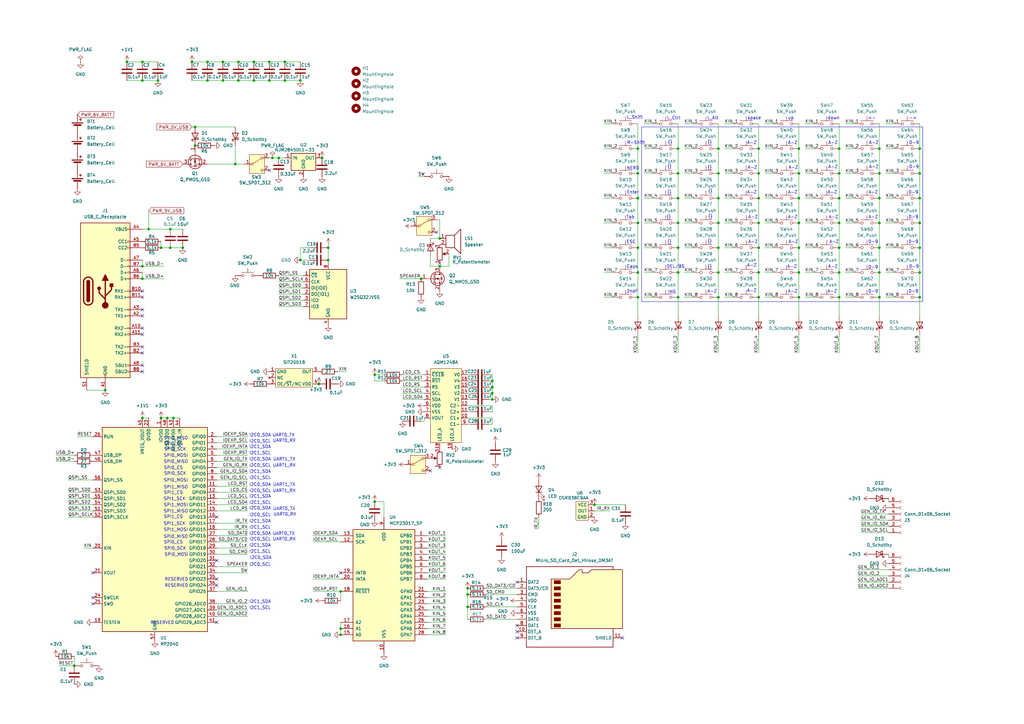
<source format=kicad_sch>
(kicad_sch (version 20231120) (generator "eeschema") (generator_version "8.0")
  (paper "A3")
  (junction (at 311.15 101.6))
  (junction (at 360.68 81.28))
  (junction (at 311.15 71.12))
  (junction (at 294.64 91.44))
  (junction (at 201.93 156.21))
  (junction (at 139.7 242.57))
  (junction (at 278.13 91.44))
  (junction (at 58.42 25.4))
  (junction (at 43.18 160.02))
  (junction (at 69.85 101.6))
  (junction (at 116.84 33.02))
  (junction (at 180.34 97.79))
  (junction (at 153.67 205.74))
  (junction (at 110.49 33.02))
  (junction (at 130.81 157.48))
  (junction (at 66.04 101.6))
  (junction (at 311.15 81.28))
  (junction (at 261.62 101.6))
  (junction (at 71.12 171.45))
  (junction (at 68.58 171.45))
  (junction (at 360.68 101.6))
  (junction (at 294.64 111.76))
  (junction (at 74.93 101.6))
  (junction (at 294.64 81.28))
  (junction (at 85.09 33.02))
  (junction (at 97.79 25.4))
  (junction (at 110.49 25.4))
  (junction (at 114.3 64.77))
  (junction (at 360.68 111.76))
  (junction (at 153.67 153.67))
  (junction (at 327.66 101.6))
  (junction (at 311.15 60.96))
  (junction (at 85.09 25.4))
  (junction (at 243.84 207.01))
  (junction (at 91.44 25.4))
  (junction (at 278.13 71.12))
  (junction (at 327.66 111.76))
  (junction (at 134.62 106.68))
  (junction (at 91.44 33.02))
  (junction (at 360.68 60.96))
  (junction (at 139.7 257.81))
  (junction (at 294.64 101.6))
  (junction (at 261.62 121.92))
  (junction (at 344.17 91.44))
  (junction (at 377.19 71.12))
  (junction (at 377.19 60.96))
  (junction (at 327.66 121.92))
  (junction (at 80.01 59.69))
  (junction (at 180.34 109.22))
  (junction (at 96.52 67.31))
  (junction (at 191.77 248.92))
  (junction (at 278.13 81.28))
  (junction (at 278.13 111.76))
  (junction (at 132.08 64.77))
  (junction (at 80.01 52.07))
  (junction (at 191.77 243.84))
  (junction (at 344.17 81.28))
  (junction (at 294.64 60.96))
  (junction (at 311.15 111.76))
  (junction (at 104.14 25.4))
  (junction (at 311.15 121.92))
  (junction (at 327.66 81.28))
  (junction (at 294.64 121.92))
  (junction (at 261.62 71.12))
  (junction (at 134.62 101.6))
  (junction (at 327.66 60.96))
  (junction (at 201.93 158.75))
  (junction (at 377.19 111.76))
  (junction (at 327.66 91.44))
  (junction (at 97.79 33.02))
  (junction (at 278.13 101.6))
  (junction (at 30.48 273.05))
  (junction (at 78.74 25.4))
  (junction (at 327.66 71.12))
  (junction (at 360.68 121.92))
  (junction (at 69.85 93.98))
  (junction (at 377.19 91.44))
  (junction (at 261.62 81.28))
  (junction (at 111.76 64.77))
  (junction (at 191.77 241.3))
  (junction (at 344.17 111.76))
  (junction (at 58.42 114.3))
  (junction (at 58.42 33.02))
  (junction (at 344.17 101.6))
  (junction (at 52.07 25.4))
  (junction (at 311.15 91.44))
  (junction (at 201.93 163.83))
  (junction (at 360.68 71.12))
  (junction (at 201.93 161.29))
  (junction (at 360.68 91.44))
  (junction (at 294.64 71.12))
  (junction (at 64.77 33.02))
  (junction (at 58.42 171.45))
  (junction (at 377.19 101.6))
  (junction (at 58.42 109.22))
  (junction (at 60.96 93.98))
  (junction (at 344.17 60.96))
  (junction (at 104.14 33.02))
  (junction (at 123.19 33.02))
  (junction (at 377.19 121.92))
  (junction (at 377.19 81.28))
  (junction (at 261.62 111.76))
  (junction (at 66.04 171.45))
  (junction (at 278.13 60.96))
  (junction (at 261.62 91.44))
  (junction (at 172.72 114.3))
  (junction (at 344.17 71.12))
  (junction (at 278.13 121.92))
  (junction (at 116.84 25.4))
  (junction (at 123.19 106.68))
  (junction (at 344.17 121.92))
  (junction (at 139.7 260.35))
  (junction (at 261.62 60.96))
  (no_connect (at 88.9 212.09))
  (no_connect (at 212.09 259.08))
  (no_connect (at 58.42 142.24))
  (no_connect (at 88.9 240.03))
  (no_connect (at 110.49 69.85))
  (no_connect (at 58.42 137.16))
  (no_connect (at 88.9 229.87))
  (no_connect (at 58.42 152.4))
  (no_connect (at 255.27 261.62))
  (no_connect (at 139.7 234.95))
  (no_connect (at 179.07 95.25))
  (no_connect (at 58.42 134.62))
  (no_connect (at 38.1 234.95))
  (no_connect (at 58.42 121.92))
  (no_connect (at 88.9 237.49))
  (no_connect (at 58.42 129.54))
  (no_connect (at 212.09 238.76))
  (no_connect (at 88.9 255.27))
  (no_connect (at 176.53 193.04))
  (no_connect (at 58.42 149.86))
  (no_connect (at 58.42 119.38))
  (no_connect (at 180.34 107.95))
  (no_connect (at 212.09 261.62))
  (no_connect (at 38.1 247.65))
  (no_connect (at 38.1 245.11))
  (no_connect (at 58.42 127))
  (no_connect (at 180.34 191.77))
  (no_connect (at 212.09 256.54))
  (no_connect (at 58.42 144.78))
  (wire (pts (xy 297.18 91.44) (xy 300.99 91.44)))
  (wire (pts (xy 111.76 64.77) (xy 114.3 64.77)))
  (wire (pts (xy 88.9 222.25) (xy 101.6 222.25)))
  (wire (pts (xy 330.2 50.8) (xy 334.01 50.8)))
  (wire (pts (xy 173.99 172.72) (xy 173.99 171.45)))
  (wire (pts (xy 313.69 101.6) (xy 317.5 101.6)))
  (wire (pts (xy 360.68 101.6) (xy 360.68 111.76)))
  (wire (pts (xy 344.17 71.12) (xy 344.17 81.28)))
  (wire (pts (xy 88.9 209.55) (xy 101.6 209.55)))
  (wire (pts (xy 191.77 156.21) (xy 193.04 156.21)))
  (wire (pts (xy 191.77 248.92) (xy 191.77 254)))
  (wire (pts (xy 200.66 153.67) (xy 201.93 153.67)))
  (wire (pts (xy 311.15 137.16) (xy 311.15 144.78)))
  (wire (pts (xy 139.7 257.81) (xy 139.7 260.35)))
  (wire (pts (xy 191.77 166.37) (xy 201.93 166.37)))
  (wire (pts (xy 297.18 71.12) (xy 300.99 71.12)))
  (wire (pts (xy 311.15 111.76) (xy 311.15 121.92)))
  (wire (pts (xy 175.26 257.81) (xy 182.88 257.81)))
  (wire (pts (xy 191.77 161.29) (xy 193.04 161.29)))
  (wire (pts (xy 153.67 205.74) (xy 157.48 205.74)))
  (wire (pts (xy 175.26 252.73) (xy 182.88 252.73)))
  (wire (pts (xy 377.19 91.44) (xy 377.19 101.6)))
  (wire (pts (xy 78.74 33.02) (xy 85.09 33.02)))
  (wire (pts (xy 311.15 60.96) (xy 311.15 71.12)))
  (wire (pts (xy 278.13 137.16) (xy 278.13 144.78)))
  (polyline (pts (xy 263.144 52.07) (xy 378.46 52.07)))
  (wire (pts (xy 58.42 109.22) (xy 67.31 109.22)))
  (wire (pts (xy 346.71 91.44) (xy 350.52 91.44)))
  (wire (pts (xy 58.42 171.45) (xy 60.96 171.45)))
  (wire (pts (xy 344.17 137.16) (xy 344.17 144.78)))
  (wire (pts (xy 247.65 111.76) (xy 251.46 111.76)))
  (wire (pts (xy 344.17 91.44) (xy 344.17 101.6)))
  (wire (pts (xy 27.94 204.47) (xy 38.1 204.47)))
  (wire (pts (xy 346.71 71.12) (xy 350.52 71.12)))
  (wire (pts (xy 264.16 71.12) (xy 267.97 71.12)))
  (wire (pts (xy 327.66 81.28) (xy 327.66 91.44)))
  (wire (pts (xy 123.19 101.6) (xy 123.19 106.68)))
  (wire (pts (xy 297.18 60.96) (xy 300.99 60.96)))
  (wire (pts (xy 264.16 111.76) (xy 267.97 111.76)))
  (wire (pts (xy 199.39 241.3) (xy 212.09 241.3)))
  (wire (pts (xy 66.04 99.06) (xy 66.04 101.6)))
  (wire (pts (xy 88.9 227.33) (xy 101.6 227.33)))
  (wire (pts (xy 330.2 60.96) (xy 334.01 60.96)))
  (wire (pts (xy 114.3 118.11) (xy 124.46 118.11)))
  (wire (pts (xy 191.77 168.91) (xy 193.04 168.91)))
  (wire (pts (xy 344.17 50.8) (xy 344.17 60.96)))
  (wire (pts (xy 157.48 212.09) (xy 157.48 205.74)))
  (wire (pts (xy 88.9 217.17) (xy 101.6 217.17)))
  (wire (pts (xy 330.2 91.44) (xy 334.01 91.44)))
  (wire (pts (xy 311.15 121.92) (xy 311.15 129.54)))
  (wire (pts (xy 134.62 101.6) (xy 134.62 106.68)))
  (wire (pts (xy 175.26 219.71) (xy 182.88 219.71)))
  (wire (pts (xy 91.44 25.4) (xy 97.79 25.4)))
  (wire (pts (xy 134.62 106.68) (xy 134.62 107.95)))
  (wire (pts (xy 261.62 50.8) (xy 261.62 60.96)))
  (wire (pts (xy 110.49 64.77) (xy 111.76 64.77)))
  (wire (pts (xy 88.9 252.73) (xy 101.6 252.73)))
  (wire (pts (xy 261.62 71.12) (xy 261.62 81.28)))
  (wire (pts (xy 201.93 171.45) (xy 201.93 173.99)))
  (wire (pts (xy 344.17 60.96) (xy 344.17 71.12)))
  (wire (pts (xy 165.1 163.83) (xy 173.99 163.83)))
  (wire (pts (xy 191.77 153.67) (xy 193.04 153.67)))
  (wire (pts (xy 330.2 101.6) (xy 334.01 101.6)))
  (wire (pts (xy 97.79 33.02) (xy 104.14 33.02)))
  (wire (pts (xy 247.65 121.92) (xy 251.46 121.92)))
  (wire (pts (xy 201.93 166.37) (xy 201.93 168.91)))
  (wire (pts (xy 184.15 104.14) (xy 184.15 109.22)))
  (wire (pts (xy 163.83 114.3) (xy 172.72 114.3)))
  (wire (pts (xy 344.17 101.6) (xy 344.17 111.76)))
  (wire (pts (xy 58.42 106.68) (xy 58.42 109.22)))
  (wire (pts (xy 175.26 255.27) (xy 182.88 255.27)))
  (wire (pts (xy 363.22 101.6) (xy 367.03 101.6)))
  (wire (pts (xy 360.68 81.28) (xy 360.68 91.44)))
  (wire (pts (xy 114.3 64.77) (xy 116.84 64.77)))
  (wire (pts (xy 191.77 173.99) (xy 193.04 173.99)))
  (wire (pts (xy 34.29 224.79) (xy 38.1 224.79)))
  (wire (pts (xy 191.77 163.83) (xy 193.04 163.83)))
  (wire (pts (xy 278.13 71.12) (xy 278.13 81.28)))
  (wire (pts (xy 104.14 25.4) (xy 110.49 25.4)))
  (wire (pts (xy 278.13 101.6) (xy 278.13 111.76)))
  (wire (pts (xy 171.45 72.39) (xy 173.99 72.39)))
  (wire (pts (xy 313.69 91.44) (xy 317.5 91.44)))
  (wire (pts (xy 280.67 121.92) (xy 284.48 121.92)))
  (wire (pts (xy 313.69 60.96) (xy 317.5 60.96)))
  (wire (pts (xy 52.07 25.4) (xy 58.42 25.4)))
  (wire (pts (xy 153.67 153.67) (xy 157.48 153.67)))
  (wire (pts (xy 58.42 33.02) (xy 64.77 33.02)))
  (wire (pts (xy 313.69 81.28) (xy 317.5 81.28)))
  (wire (pts (xy 175.26 260.35) (xy 182.88 260.35)))
  (wire (pts (xy 280.67 60.96) (xy 284.48 60.96)))
  (wire (pts (xy 280.67 91.44) (xy 284.48 91.44)))
  (wire (pts (xy 88.9 250.19) (xy 101.6 250.19)))
  (wire (pts (xy 80.01 52.07) (xy 96.52 52.07)))
  (wire (pts (xy 313.69 121.92) (xy 317.5 121.92)))
  (wire (pts (xy 327.66 50.8) (xy 327.66 60.96)))
  (wire (pts (xy 69.85 93.98) (xy 74.93 93.98)))
  (wire (pts (xy 280.67 71.12) (xy 284.48 71.12)))
  (wire (pts (xy 27.94 212.09) (xy 38.1 212.09)))
  (wire (pts (xy 327.66 111.76) (xy 327.66 121.92)))
  (wire (pts (xy 377.19 137.16) (xy 377.19 144.78)))
  (wire (pts (xy 294.64 60.96) (xy 294.64 71.12)))
  (wire (pts (xy 346.71 50.8) (xy 350.52 50.8)))
  (wire (pts (xy 69.85 101.6) (xy 74.93 101.6)))
  (wire (pts (xy 200.66 161.29) (xy 201.93 161.29)))
  (wire (pts (xy 200.66 163.83) (xy 201.93 163.83)))
  (wire (pts (xy 175.26 250.19) (xy 182.88 250.19)))
  (wire (pts (xy 360.68 71.12) (xy 360.68 81.28)))
  (wire (pts (xy 199.39 243.84) (xy 212.09 243.84)))
  (wire (pts (xy 116.84 25.4) (xy 123.19 25.4)))
  (wire (pts (xy 88.9 199.39) (xy 101.6 199.39)))
  (wire (pts (xy 280.67 50.8) (xy 284.48 50.8)))
  (wire (pts (xy 88.9 184.15) (xy 101.6 184.15)))
  (wire (pts (xy 58.42 25.4) (xy 64.77 25.4)))
  (wire (pts (xy 353.06 218.44) (xy 364.49 218.44)))
  (wire (pts (xy 27.94 201.93) (xy 38.1 201.93)))
  (wire (pts (xy 363.22 60.96) (xy 367.03 60.96)))
  (wire (pts (xy 85.09 33.02) (xy 91.44 33.02)))
  (wire (pts (xy 294.64 71.12) (xy 294.64 81.28)))
  (wire (pts (xy 114.3 120.65) (xy 124.46 120.65)))
  (wire (pts (xy 243.84 209.55) (xy 250.19 209.55)))
  (wire (pts (xy 261.62 101.6) (xy 261.62 111.76)))
  (wire (pts (xy 191.77 241.3) (xy 191.77 243.84)))
  (wire (pts (xy 176.53 97.79) (xy 180.34 97.79)))
  (wire (pts (xy 88.9 186.69) (xy 101.6 186.69)))
  (wire (pts (xy 297.18 121.92) (xy 300.99 121.92)))
  (wire (pts (xy 278.13 81.28) (xy 278.13 91.44)))
  (wire (pts (xy 88.9 179.07) (xy 101.6 179.07)))
  (wire (pts (xy 278.13 111.76) (xy 278.13 121.92)))
  (wire (pts (xy 363.22 91.44) (xy 367.03 91.44)))
  (wire (pts (xy 175.26 247.65) (xy 182.88 247.65)))
  (wire (pts (xy 128.27 219.71) (xy 139.7 219.71)))
  (wire (pts (xy 360.68 60.96) (xy 360.68 71.12)))
  (wire (pts (xy 264.16 50.8) (xy 267.97 50.8)))
  (wire (pts (xy 377.19 101.6) (xy 377.19 111.76)))
  (wire (pts (xy 247.65 101.6) (xy 251.46 101.6)))
  (polyline (pts (xy 263.144 52.07) (xy 263.144 123.698)))
  (wire (pts (xy 85.09 25.4) (xy 91.44 25.4)))
  (wire (pts (xy 360.68 137.16) (xy 360.68 144.78)))
  (wire (pts (xy 363.22 81.28) (xy 367.03 81.28)))
  (wire (pts (xy 360.68 111.76) (xy 360.68 121.92)))
  (wire (pts (xy 346.71 60.96) (xy 350.52 60.96)))
  (wire (pts (xy 364.49 204.47) (xy 364.49 205.74)))
  (wire (pts (xy 22.86 186.69) (xy 30.48 186.69)))
  (wire (pts (xy 128.27 242.57) (xy 139.7 242.57)))
  (wire (pts (xy 243.84 207.01) (xy 256.54 207.01)))
  (wire (pts (xy 30.48 269.24) (xy 30.48 273.05)))
  (wire (pts (xy 264.16 101.6) (xy 267.97 101.6)))
  (wire (pts (xy 165.1 153.67) (xy 173.99 153.67)))
  (wire (pts (xy 88.9 214.63) (xy 101.6 214.63)))
  (wire (pts (xy 114.3 125.73) (xy 124.46 125.73)))
  (wire (pts (xy 327.66 60.96) (xy 327.66 71.12)))
  (wire (pts (xy 377.19 50.8) (xy 377.19 60.96)))
  (wire (pts (xy 353.06 210.82) (xy 364.49 210.82)))
  (wire (pts (xy 360.68 50.8) (xy 360.68 60.96)))
  (wire (pts (xy 27.94 209.55) (xy 38.1 209.55)))
  (wire (pts (xy 110.49 33.02) (xy 116.84 33.02)))
  (wire (pts (xy 58.42 111.76) (xy 58.42 114.3)))
  (wire (pts (xy 261.62 121.92) (xy 261.62 129.54)))
  (wire (pts (xy 294.64 137.16) (xy 294.64 144.78)))
  (wire (pts (xy 353.06 213.36) (xy 364.49 213.36)))
  (wire (pts (xy 377.19 60.96) (xy 377.19 71.12)))
  (wire (pts (xy 297.18 101.6) (xy 300.99 101.6)))
  (wire (pts (xy 327.66 137.16) (xy 327.66 144.78)))
  (wire (pts (xy 191.77 171.45) (xy 201.93 171.45)))
  (wire (pts (xy 297.18 111.76) (xy 300.99 111.76)))
  (wire (pts (xy 377.19 121.92) (xy 377.19 129.54)))
  (wire (pts (xy 351.79 236.22) (xy 364.49 236.22)))
  (polyline (pts (xy 378.46 123.698) (xy 263.144 123.698)))
  (wire (pts (xy 176.53 109.22) (xy 180.34 109.22)))
  (wire (pts (xy 68.58 171.45) (xy 71.12 171.45)))
  (wire (pts (xy 175.26 222.25) (xy 182.88 222.25)))
  (wire (pts (xy 71.12 171.45) (xy 73.66 171.45)))
  (wire (pts (xy 88.9 242.57) (xy 101.6 242.57)))
  (polyline (pts (xy 378.46 52.07) (xy 378.46 123.698)))
  (wire (pts (xy 351.79 233.68) (xy 364.49 233.68)))
  (wire (pts (xy 247.65 91.44) (xy 251.46 91.44)))
  (wire (pts (xy 88.9 219.71) (xy 101.6 219.71)))
  (wire (pts (xy 346.71 121.92) (xy 350.52 121.92)))
  (wire (pts (xy 294.64 50.8) (xy 294.64 60.96)))
  (wire (pts (xy 327.66 91.44) (xy 327.66 101.6)))
  (wire (pts (xy 78.74 25.4) (xy 85.09 25.4)))
  (wire (pts (xy 311.15 50.8) (xy 311.15 60.96)))
  (wire (pts (xy 201.93 153.67) (xy 201.93 156.21)))
  (wire (pts (xy 280.67 111.76) (xy 284.48 111.76)))
  (wire (pts (xy 200.66 158.75) (xy 201.93 158.75)))
  (wire (pts (xy 138.43 152.4) (xy 142.24 152.4)))
  (wire (pts (xy 175.26 237.49) (xy 182.88 237.49)))
  (wire (pts (xy 201.93 156.21) (xy 201.93 158.75)))
  (wire (pts (xy 377.19 71.12) (xy 377.19 81.28)))
  (wire (pts (xy 60.96 86.36) (xy 60.96 93.98)))
  (wire (pts (xy 360.68 91.44) (xy 360.68 101.6)))
  (wire (pts (xy 294.64 111.76) (xy 294.64 121.92)))
  (wire (pts (xy 344.17 81.28) (xy 344.17 91.44)))
  (wire (pts (xy 220.98 212.09) (xy 220.98 217.17)))
  (wire (pts (xy 278.13 121.92) (xy 278.13 129.54)))
  (wire (pts (xy 96.52 67.31) (xy 100.33 67.31)))
  (wire (pts (xy 175.26 242.57) (xy 182.88 242.57)))
  (wire (pts (xy 377.19 81.28) (xy 377.19 91.44)))
  (wire (pts (xy 191.77 158.75) (xy 193.04 158.75)))
  (wire (pts (xy 280.67 81.28) (xy 284.48 81.28)))
  (wire (pts (xy 261.62 91.44) (xy 261.62 101.6)))
  (wire (pts (xy 52.07 33.02) (xy 58.42 33.02)))
  (wire (pts (xy 344.17 111.76) (xy 344.17 121.92)))
  (wire (pts (xy 294.64 81.28) (xy 294.64 91.44)))
  (wire (pts (xy 330.2 121.92) (xy 334.01 121.92)))
  (wire (pts (xy 66.04 101.6) (xy 69.85 101.6)))
  (wire (pts (xy 311.15 71.12) (xy 311.15 81.28)))
  (wire (pts (xy 261.62 81.28) (xy 261.62 91.44)))
  (wire (pts (xy 346.71 101.6) (xy 350.52 101.6)))
  (wire (pts (xy 175.26 227.33) (xy 182.88 227.33)))
  (wire (pts (xy 313.69 71.12) (xy 317.5 71.12)))
  (wire (pts (xy 114.3 115.57) (xy 124.46 115.57)))
  (wire (pts (xy 24.13 273.05) (xy 30.48 273.05)))
  (wire (pts (xy 201.93 161.29) (xy 201.93 163.83)))
  (wire (pts (xy 199.39 248.92) (xy 212.09 248.92)))
  (wire (pts (xy 175.26 229.87) (xy 182.88 229.87)))
  (wire (pts (xy 297.18 81.28) (xy 300.99 81.28)))
  (wire (pts (xy 88.9 181.61) (xy 101.6 181.61)))
  (wire (pts (xy 330.2 111.76) (xy 334.01 111.76)))
  (wire (pts (xy 200.66 156.21) (xy 201.93 156.21)))
  (wire (pts (xy 110.49 25.4) (xy 116.84 25.4)))
  (wire (pts (xy 27.94 196.85) (xy 38.1 196.85)))
  (wire (pts (xy 351.79 238.76) (xy 364.49 238.76)))
  (wire (pts (xy 175.26 245.11) (xy 182.88 245.11)))
  (wire (pts (xy 377.19 111.76) (xy 377.19 121.92)))
  (wire (pts (xy 247.65 71.12) (xy 251.46 71.12)))
  (wire (pts (xy 311.15 81.28) (xy 311.15 91.44)))
  (wire (pts (xy 175.26 234.95) (xy 182.88 234.95)))
  (wire (pts (xy 88.9 204.47) (xy 101.6 204.47)))
  (wire (pts (xy 85.09 67.31) (xy 96.52 67.31)))
  (wire (pts (xy 364.49 227.33) (xy 364.49 228.6)))
  (wire (pts (xy 58.42 114.3) (xy 67.31 114.3)))
  (wire (pts (xy 88.9 232.41) (xy 101.6 232.41)))
  (wire (pts (xy 96.52 59.69) (xy 96.52 67.31)))
  (wire (pts (xy 139.7 255.27) (xy 139.7 257.81)))
  (wire (pts (xy 313.69 111.76) (xy 317.5 111.76)))
  (wire (pts (xy 22.86 189.23) (xy 30.48 189.23)))
  (wire (pts (xy 297.18 50.8) (xy 300.99 50.8)))
  (wire (pts (xy 360.68 121.92) (xy 360.68 129.54)))
  (wire (pts (xy 264.16 91.44) (xy 267.97 91.44)))
  (wire (pts (xy 88.9 189.23) (xy 101.6 189.23)))
  (wire (pts (xy 179.07 90.17) (xy 180.34 90.17)))
  (wire (pts (xy 157.48 156.21) (xy 153.67 156.21)))
  (wire (pts (xy 261.62 111.76) (xy 261.62 121.92)))
  (wire (pts (xy 330.2 71.12) (xy 334.01 71.12)))
  (wire (pts (xy 88.9 234.95) (xy 101.6 234.95)))
  (wire (pts (xy 247.65 60.96) (xy 251.46 60.96)))
  (wire (pts (xy 165.1 156.21) (xy 173.99 156.21)))
  (wire (pts (xy 201.93 158.75) (xy 201.93 161.29)))
  (wire (pts (xy 311.15 91.44) (xy 311.15 101.6)))
  (wire (pts (xy 172.72 172.72) (xy 173.99 172.72)))
  (wire (pts (xy 97.79 25.4) (xy 104.14 25.4)))
  (wire (pts (xy 88.9 191.77) (xy 101.6 191.77)))
  (wire (pts (xy 180.34 90.17) (xy 180.34 97.79)))
  (wire (pts (xy 247.65 81.28) (xy 251.46 81.28)))
  (wire (pts (xy 344.17 121.92) (xy 344.17 129.54)))
  (wire (pts (xy 134.62 100.33) (xy 134.62 101.6)))
  (wire (pts (xy 201.93 173.99) (xy 200.66 173.99)))
  (wire (pts (xy 311.15 101.6) (xy 311.15 111.76)))
  (wire (pts (xy 294.64 91.44) (xy 294.64 101.6)))
  (wire (pts (xy 60.96 93.98) (xy 69.85 93.98)))
  (wire (pts (xy 327.66 71.12) (xy 327.66 81.28)))
  (wire (pts (xy 363.22 50.8) (xy 367.03 50.8)))
  (wire (pts (xy 114.3 123.19) (xy 124.46 123.19)))
  (wire (pts (xy 66.04 171.45) (xy 68.58 171.45)))
  (wire (pts (xy 264.16 121.92) (xy 267.97 121.92)))
  (wire (pts (xy 165.1 158.75) (xy 173.99 158.75)))
  (wire (pts (xy 363.22 121.92) (xy 367.03 121.92)))
  (wire (pts (xy 294.64 101.6) (xy 294.64 111.76)))
  (wire (pts (xy 88.9 196.85) (xy 101.6 196.85)))
  (wire (pts (xy 327.66 121.92) (xy 327.66 129.54)))
  (wire (pts (xy 78.74 52.07) (xy 80.01 52.07)))
  (wire (pts (xy 264.16 81.28) (xy 267.97 81.28)))
  (wire (pts (xy 363.22 71.12) (xy 367.03 71.12)))
  (wire (pts (xy 139.7 242.57) (xy 139.7 246.38)))
  (wire (pts (xy 35.56 160.02) (xy 43.18 160.02)))
  (wire (pts (xy 327.66 101.6) (xy 327.66 111.76)))
  (wire (pts (xy 278.13 60.96) (xy 278.13 71.12)))
  (wire (pts (xy 199.39 254) (xy 212.09 254)))
  (wire (pts (xy 88.9 247.65) (xy 101.6 247.65)))
  (wire (pts (xy 153.67 156.21) (xy 153.67 153.67)))
  (wire (pts (xy 31.75 179.07) (xy 38.1 179.07)))
  (wire (pts (xy 247.65 50.8) (xy 251.46 50.8)))
  (wire (pts (xy 58.42 93.98) (xy 60.96 93.98)))
  (wire (pts (xy 280.67 101.6) (xy 284.48 101.6)))
  (wire (pts (xy 88.9 201.93) (xy 101.6 201.93)))
  (wire (pts (xy 184.15 109.22) (xy 180.34 109.22)))
  (wire (pts (xy 346.71 81.28) (xy 350.52 81.28)))
  (wire (pts (xy 346.71 111.76) (xy 350.52 111.76)))
  (wire (pts (xy 261.62 137.16) (xy 261.62 144.78)))
  (wire (pts (xy 91.44 33.02) (xy 97.79 33.02)))
  (wire (pts (xy 278.13 50.8) (xy 278.13 60.96)))
  (wire (pts (xy 278.13 91.44) (xy 278.13 101.6)))
  (wire (pts (xy 88.9 224.79) (xy 101.6 224.79)))
  (wire (pts (xy 165.1 161.29) (xy 173.99 161.29)))
  (wire (pts (xy 264.16 60.96) (xy 267.97 60.96)))
  (wire (pts (xy 88.9 194.31) (xy 101.6 194.31)))
  (wire (pts (xy 88.9 207.01) (xy 101.6 207.01)))
  (wire (pts (xy 353.06 215.9) (xy 364.49 215.9)))
  (wire (pts (xy 128.27 222.25) (xy 139.7 222.25)))
  (wire (pts (xy 363.22 111.76) (xy 367.03 111.76)))
  (wire (pts (xy 201.93 168.91) (xy 200.66 168.91)))
  (wire (pts (xy 191.77 243.84) (xy 191.77 248.92)))
  (wire (pts (xy 104.14 33.02) (xy 110.49 33.02)))
  (wire (pts (xy 175.26 232.41) (xy 182.88 232.41)))
  (wire (pts (xy 313.69 50.8) (xy 317.5 50.8)))
  (wire (pts (xy 114.3 113.03) (xy 124.46 113.03)))
  (wire (pts (xy 330.2 81.28) (xy 334.01 81.28)))
  (wire (pts (xy 261.62 60.96) (xy 261.62 71.12)))
  (wire (pts (xy 176.53 105.41) (xy 176.53 109.22)))
  (wire (pts (xy 123.19 106.68) (xy 127 106.68)))
  (wire (pts (xy 116.84 33.02) (xy 123.19 33.02)))
  (wire (pts (xy 294.64 121.92) (xy 294.64 129.54)))
  (wire (pts (xy 128.27 237.49) (xy 139.7 237.49)))
  (wire (pts (xy 175.26 224.79) (xy 182.88 224.79)))
  (wire (pts (xy 27.94 207.01) (xy 38.1 207.01)))
  (wire (pts (xy 351.79 241.3) (xy 364.49 241.3)))
  (wire (pts (xy 127 101.6) (xy 123.19 101.6)))
  (text "A-Z" (at 325.374 68.834 0) (effects (font (size 1.27 1.27))))
  (text "A-Z" (at 341.884 89.154 0) (effects (font (size 1.27 1.27))))
  (text "{}" (at 291.084 68.834 0) (effects (font (size 1.27 1.27))))
  (text "A-Z" (at 358.14 89.154 0) (effects (font (size 1.27 1.27))))
  (text "{}" (at 274.574 99.314 0) (effects (font (size 1.27 1.27))))
  (text "I2C1_SDA" (at 106.68 246.888 0) (effects (font (size 1.27 1.27))))
  (text "I2C0_SDA" (at 106.68 208.534 0) (effects (font (size 1.27 1.27))))
  (text "I2C1_SDA" (at 106.68 183.388 0) (effects (font (size 1.27 1.27))))
  (text "A-Z" (at 308.356 108.966 0) (effects (font (size 1.27 1.27))))
  (text "ESC" (at 258.826 99.314 0) (effects (font (size 1.27 1.27))))
  (text "SPI1_MOSI" (at 72.136 217.424 0) (effects (font (size 1.27 1.27))))
  (text "0-9" (at 358.14 109.728 0) (effects (font (size 1.27 1.27))))
  (text "I2C0_SDA" (at 106.68 178.562 0) (effects (font (size 1.27 1.27))))
  (text "0-9" (at 374.904 109.474 0) (effects (font (size 1.27 1.27))))
  (text "UART0_RX" (at 116.586 221.234 0) (effects (font (size 1.27 1.27))))
  (text "2ndF" (at 259.334 119.634 0) (effects (font (size 1.27 1.27))))
  (text "I2C1_SDA" (at 106.68 193.548 0) (effects (font (size 1.27 1.27))))
  (text "0-9" (at 358.14 99.314 0) (effects (font (size 1.27 1.27))))
  (text "I2C1_SDA" (at 106.68 213.868 0) (effects (font (size 1.27 1.27))))
  (text "A-Z" (at 324.866 109.474 0) (effects (font (size 1.27 1.27))))
  (text "A-Z" (at 308.864 99.314 0) (effects (font (size 1.27 1.27))))
  (text "Tab" (at 258.572 89.154 0) (effects (font (size 1.27 1.27))))
  (text "SPI0_SCK" (at 71.882 225.044 0) (effects (font (size 1.27 1.27))))
  (text "I2C1_SCL" (at 106.68 196.088 0) (effects (font (size 1.27 1.27))))
  (text "I2C0_SCL" (at 106.68 201.422 0) (effects (font (size 1.27 1.27))))
  (text "A-Z" (at 358.14 78.994 0) (effects (font (size 1.27 1.27))))
  (text "RESERVED" (at 66.548 255.524 0) (effects (font (size 1.27 1.27))))
  (text "up" (at 324.358 48.514 0) (effects (font (size 1.27 1.27))))
  (text "A-Z" (at 308.356 78.994 0) (effects (font (size 1.27 1.27))))
  (text "I2C0_SDA" (at 106.68 198.882 0) (effects (font (size 1.27 1.27))))
  (text "I2C1_SCL" (at 106.68 206.248 0) (effects (font (size 1.27 1.27))))
  (text "0-9" (at 374.904 58.674 0) (effects (font (size 1.27 1.27))))
  (text "I2C1_SCL" (at 106.68 185.928 0) (effects (font (size 1.27 1.27))))
  (text "A-Z" (at 292.1 119.634 0) (effects (font (size 1.27 1.27))))
  (text "I2C0_SCL" (at 106.68 211.328 0) (effects (font (size 1.27 1.27))))
  (text "{}" (at 291.338 88.9 0) (effects (font (size 1.27 1.27))))
  (text "DEL/BS" (at 277.114 109.474 0) (effects (font (size 1.27 1.27))))
  (text "RESERVED" (at 72.39 240.284 0) (effects (font (size 1.27 1.27))))
  (text "A-Z" (at 325.12 119.634 0) (effects (font (size 1.27 1.27))))
  (text "SPI0_CS" (at 71.12 192.024 0) (effects (font (size 1.27 1.27))))
  (text "Caps" (at 259.334 109.474 0) (effects (font (size 1.27 1.27))))
  (text "SPI0_MISO" (at 72.136 220.218 0) (effects (font (size 1.27 1.27))))
  (text "I2C0_SDA" (at 106.934 228.854 0) (effects (font (size 1.27 1.27))))
  (text "{}" (at 274.828 58.42 0) (effects (font (size 1.27 1.27))))
  (text "SPI0_CS" (at 71.12 182.118 0) (effects (font (size 1.27 1.27))))
  (text "{}" (at 291.338 78.486 0) (effects (font (size 1.27 1.27))))
  (text "A-Z" (at 341.63 68.58 0) (effects (font (size 1.27 1.27))))
  (text "<-" (at 357.632 48.514 0) (effects (font (size 1.27 1.27))))
  (text "SPI1_CS" (at 71.12 202.184 0) (effects (font (size 1.27 1.27))))
  (text "UART1_RX" (at 116.586 191.008 0) (effects (font (size 1.27 1.27))))
  (text "{}" (at 291.084 99.06 0) (effects (font (size 1.27 1.27))))
  (text "Enter" (at 259.588 78.994 0) (effects (font (size 1.27 1.27))))
  (text "SPI1_SCK" (at 71.628 214.884 0) (effects (font (size 1.27 1.27))))
  (text "R-Shift" (at 260.858 58.674 0) (effects (font (size 1.27 1.27))))
  (text "{}" (at 274.32 89.154 0) (effects (font (size 1.27 1.27))))
  (text "0-9" (at 374.65 78.994 0) (effects (font (size 1.27 1.27))))
  (text "SPI1_SCK" (at 71.628 204.724 0) (effects (font (size 1.27 1.27))))
  (text "A-Z" (at 341.63 58.674 0) (effects (font (size 1.27 1.27))))
  (text "0-9" (at 374.65 89.154 0) (effects (font (size 1.27 1.27))))
  (text "{}" (at 291.084 109.474 0) (effects (font (size 1.27 1.27))))
  (text "down" (at 341.884 48.514 0) (effects (font (size 1.27 1.27))))
  (text "UART1_TX" (at 116.586 198.882 0) (effects (font (size 1.27 1.27))))
  (text "UART0_RX" (at 116.586 180.848 0) (effects (font (size 1.27 1.27))))
  (text "SPI0_MOSI" (at 72.39 227.584 0) (effects (font (size 1.27 1.27))))
  (text "A-Z" (at 358.394 58.674 0) (effects (font (size 1.27 1.27))))
  (text "A-Z" (at 325.374 99.314 0) (effects (font (size 1.27 1.27))))
  (text "SPI1_MISO" (at 72.136 209.804 0) (effects (font (size 1.27 1.27))))
  (text "L_Ctrl" (at 276.352 48.514 0) (effects (font (size 1.27 1.27))))
  (text "A-Z" (at 358.394 68.58 0) (effects (font (size 1.27 1.27))))
  (text "I2C0_SCL" (at 106.68 231.648 0) (effects (font (size 1.27 1.27))))
  (text "UART0_TX" (at 116.332 218.948 0) (effects (font (size 1.27 1.27))))
  (text "A-Z" (at 325.12 89.154 0) (effects (font (size 1.27 1.27))))
  (text "SPI0_MISO" (at 72.136 189.484 0) (effects (font (size 1.27 1.27))))
  (text "RESERVED" (at 72.39 237.744 0) (effects (font (size 1.27 1.27))))
  (text "0-9" (at 374.65 99.314 0) (effects (font (size 1.27 1.27))))
  (text "UART1_TX" (at 116.586 188.468 0) (effects (font (size 1.27 1.27))))
  (text "I2C0_SDA" (at 106.68 188.468 0) (effects (font (size 1.27 1.27))))
  (text "SPI0_MOSI" (at 72.136 197.104 0) (effects (font (size 1.27 1.27))))
  (text "I2C0_SCL" (at 106.68 221.234 0) (effects (font (size 1.27 1.27))))
  (text "A-Z" (at 308.864 89.154 0) (effects (font (size 1.27 1.27))))
  (text "A-Z" (at 342.138 99.314 0) (effects (font (size 1.27 1.27))))
  (text "0-9" (at 374.65 119.634 0) (effects (font (size 1.27 1.27))))
  (text "SPI0_CS" (at 71.12 222.504 0) (effects (font (size 1.27 1.27))))
  (text "A-Z" (at 308.356 58.674 0) (effects (font (size 1.27 1.27))))
  (text "SPI0_MISO" (at 72.136 179.832 0) (effects (font (size 1.27 1.27))))
  (text "A-Z" (at 341.376 78.994 0) (effects (font (size 1.27 1.27))))
  (text "SPI1_MISO" (at 72.136 199.898 0) (effects (font (size 1.27 1.27))))
  (text "A-Z" (at 308.356 119.38 0) (effects (font (size 1.27 1.27))))
  (text "NERD" (at 259.588 69.088 0) (effects (font (size 1.27 1.27))))
  (text "A-Z" (at 341.63 109.474 0) (effects (font (size 1.27 1.27))))
  (text "I2C0_SCL" (at 106.68 181.102 0) (effects (font (size 1.27 1.27))))
  (text "L_Alt" (at 292.354 48.514 0) (effects (font (size 1.27 1.27))))
  (text "0-9" (at 358.14 119.634 0) (effects (font (size 1.27 1.27))))
  (text "->" (at 374.396 48.514 0) (effects (font (size 1.27 1.27))))
  (text "UART0_RX" (at 116.84 211.074 0) (effects (font (size 1.27 1.27))))
  (text "UART1_RX" (at 116.586 201.422 0) (effects (font (size 1.27 1.27))))
  (text "I2C0_SDA" (at 106.68 218.948 0) (effects (font (size 1.27 1.27))))
  (text "SPI0_SCK" (at 71.882 184.404 0) (effects (font (size 1.27 1.27))))
  (text "I2C1_SCL" (at 106.68 216.408 0) (effects (font (size 1.27 1.27))))
  (text "A-Z" (at 308.61 68.834 0) (effects (font (size 1.27 1.27))))
  (text "UART0_TX" (at 116.586 208.788 0) (effects (font (size 1.27 1.27))))
  (text "L_Shift" (at 260.35 48.26 0) (effects (font (size 1.27 1.27))))
  (text "SPI0_MOSI" (at 72.136 186.944 0) (effects (font (size 1.27 1.27))))
  (text "UART0_TX" (at 116.332 178.562 0) (effects (font (size 1.27 1.27))))
  (text "{}" (at 274.574 68.326 0) (effects (font (size 1.27 1.27))))
  (text "I2C1_SDA" (at 106.68 203.708 0) (effects (font (size 1.27 1.27))))
  (text "I2C1_SCL" (at 106.68 249.428 0) (effects (font (size 1.27 1.27))))
  (text "INS" (at 275.59 119.888 0) (effects (font (size 1.27 1.27))))
  (text "I2C0_SCL" (at 106.68 191.008 0) (effects (font (size 1.27 1.27))))
  (text "A-Z" (at 341.376 119.634 0) (effects (font (size 1.27 1.27))))
  (text "{}" (at 291.084 58.42 0) (effects (font (size 1.27 1.27))))
  (text "space" (at 309.372 48.514 0) (effects (font (size 1.27 1.27))))
  (text "SPI1_CS" (at 71.12 212.09 0) (effects (font (size 1.27 1.27))))
  (text "{}" (at 274.574 78.994 0) (effects (font (size 1.27 1.27))))
  (text "I2C1_SDA" (at 106.68 223.774 0) (effects (font (size 1.27 1.27))))
  (text "0-9" (at 374.904 68.58 0) (effects (font (size 1.27 1.27))))
  (text "I2C1_SCL" (at 106.68 226.314 0) (effects (font (size 1.27 1.27))))
  (text "SPI0_SCK" (at 71.882 194.31 0) (effects (font (size 1.27 1.27))))
  (text "A-Z" (at 325.12 78.994 0) (effects (font (size 1.27 1.27))))
  (text "A-Z" (at 325.12 58.674 0) (effects (font (size 1.27 1.27))))
  (text "SPI1_MOSI" (at 72.136 207.264 0) (effects (font (size 1.27 1.27))))
  (label "KIN_7" (at 363.22 111.76 0))
  (label "KOUT_8" (at 377.19 144.78 90))
  (label "KIN_5" (at 330.2 91.44 0))
  (label "KIN_1" (at 297.18 50.8 0))
  (label "KOUT_1" (at 261.62 144.78 90))
  (label "KIN_1" (at 330.2 50.8 0))
  (label "KIN_7" (at 264.16 111.76 0))
  (label "KIN_4" (at 182.88 250.19 180))
  (label "QSPI_SD0" (at 27.94 201.93 0))
  (label "KIN_2" (at 182.88 245.11 180))
  (label "KIN_6" (at 247.65 101.6 0))
  (label "KOUT_5" (at 182.88 229.87 180))
  (label "KOUT_6" (at 344.17 144.78 90))
  (label "GEN_IO_SDA" (at 101.6 194.31 180))
  (label "QSPI_SD3" (at 27.94 209.55 0))
  (label "LCD_CS" (at 165.1 153.67 0))
  (label "USB_D+" (at 22.86 186.69 0))
  (label "IOEXP_RST" (at 101.6 186.69 180))
  (label "IOEXP_INTA" (at 128.27 237.49 0))
  (label "KOUT_2" (at 278.13 144.78 90))
  (label "LCD_SDA" (at 165.1 163.83 0))
  (label "KIN_4" (at 330.2 81.28 0))
  (label "LCD_RST" (at 165.1 156.21 0))
  (label "USB_D+" (at 67.31 114.3 180))
  (label "IR_RX" (at 101.6 217.17 180))
  (label "KIN_1" (at 363.22 50.8 0))
  (label "KIN_6" (at 297.18 101.6 0))
  (label "KIN_4" (at 363.22 81.28 0))
  (label "KIN_2" (at 247.65 60.96 0))
  (label "SD_DAT3{slash}CD" (at 101.6 222.25 180))
  (label "KIN_7" (at 313.69 111.76 0))
  (label "KIN_2" (at 346.71 60.96 0))
  (label "KIN_2" (at 363.22 60.96 0))
  (label "KIN_8" (at 280.67 121.92 0))
  (label "IOEXP_INTA" (at 101.6 184.15 180))
  (label "KIN_6" (at 313.69 101.6 0))
  (label "GEN_IO_ADC1" (at 351.79 238.76 0))
  (label "KIN_2" (at 264.16 60.96 0))
  (label "SD_DAT3{slash}CD" (at 199.39 241.3 0))
  (label "KIN_1" (at 182.88 242.57 180))
  (label "SD_CMD" (at 199.39 243.84 0))
  (label "KIN_3" (at 346.71 71.12 0))
  (label "KIN_8" (at 363.22 121.92 0))
  (label "SD_CLK" (at 199.39 248.92 0))
  (label "KOUT_3" (at 294.64 144.78 90))
  (label "KIN_5" (at 363.22 91.44 0))
  (label "LCD_SDA" (at 101.6 207.01 180))
  (label "KIN_7" (at 297.18 111.76 0))
  (label "KIN_5" (at 313.69 91.44 0))
  (label "SD_DAT0" (at 199.39 254 0))
  (label "GEN_IO_ADC2" (at 101.6 252.73 180))
  (label "KIN_3" (at 330.2 71.12 0))
  (label "USB_D-" (at 67.31 109.22 180))
  (label "IOEXP_SCL" (at 101.6 181.61 180))
  (label "KIN_6" (at 346.71 101.6 0))
  (label "SD_CMD" (at 101.6 227.33 180))
  (label "RESET" (at 31.75 179.07 0))
  (label "KIN_8" (at 297.18 121.92 0))
  (label "KOUT_8" (at 182.88 237.49 180))
  (label "LCD_SCL" (at 165.1 161.29 0))
  (label "QSPI_SCLK" (at 114.3 115.57 0))
  (label "KOUT_4" (at 311.15 144.78 90))
  (label "QSPI_SD1" (at 27.94 204.47 0))
  (label "KOUT_6" (at 182.88 232.41 180))
  (label "GEN_IO_2" (at 351.79 236.22 0))
  (label "SPEAKER" (at 101.6 232.41 180))
  (label "QSPI_SD2" (at 27.94 207.01 0))
  (label "KIN_8" (at 346.71 121.92 0))
  (label "KIN_7" (at 182.88 257.81 180))
  (label "GEN_IO_1" (at 351.79 233.68 0))
  (label "KIN_5" (at 297.18 91.44 0))
  (label "GEN_IO_SCL" (at 101.6 196.85 180))
  (label "KIN_1" (at 264.16 50.8 0))
  (label "KIN_1" (at 247.65 50.8 0))
  (label "KIN_8" (at 247.65 121.92 0))
  (label "IOEXP_RST" (at 128.27 242.57 0))
  (label "USB_D-" (at 22.86 189.23 0))
  (label "KIN_5" (at 182.88 252.73 180))
  (label "KOUT_5" (at 327.66 144.78 90))
  (label "KIN_3" (at 182.88 247.65 180))
  (label "LCD_RS" (at 101.6 209.55 180))
  (label "SD_DAT0" (at 101.6 219.71 180))
  (label "KIN_4" (at 297.18 81.28 0))
  (label "IR_RX" (at 250.19 209.55 180))
  (label "LCD_CS" (at 101.6 201.93 180))
  (label "KIN_4" (at 247.65 81.28 0))
  (label "KIN_8" (at 264.16 121.92 0))
  (label "KIN_5" (at 247.65 91.44 0))
  (label "KIN_6" (at 330.2 101.6 0))
  (label "KIN_6" (at 264.16 101.6 0))
  (label "KIN_5" (at 264.16 91.44 0))
  (label "QSPI_SS" (at 27.94 196.85 0))
  (label "XIN" (at 142.24 152.4 180))
  (label "KOUT_3" (at 182.88 224.79 180))
  (label "KIN_6" (at 182.88 255.27 180))
  (label "KIN_4" (at 313.69 81.28 0))
  (label "GEN_IO_1" (at 101.6 242.57 180))
  (label "KIN_4" (at 264.16 81.28 0))
  (label "LCD_RST" (at 101.6 199.39 180))
  (label "IR_TX" (at 220.98 217.17 90))
  (label "QSPI_SD3" (at 114.3 125.73 0))
  (label "KIN_7" (at 330.2 111.76 0))
  (label "QSPI_SD2" (at 114.3 123.19 0))
  (label "KIN_8" (at 330.2 121.92 0))
  (label "KIN_3" (at 280.67 71.12 0))
  (label "SW" (at 101.6 234.95 180))
  (label "GEN_IO_ADC2" (at 351.79 241.3 0))
  (label "KIN_4" (at 280.67 81.28 0))
  (label "GEN_IO_2" (at 101.6 247.65 180))
  (label "GEN_IO_TX" (at 353.06 210.82 0))
  (label "KIN_2" (at 280.67 60.96 0))
  (label "KIN_7" (at 280.67 111.76 0))
  (label "KIN_8" (at 313.69 121.92 0))
  (label "KIN_3" (at 363.22 71.12 0))
  (label "KIN_7" (at 346.71 111.76 0))
  (label "KIN_5" (at 346.71 91.44 0))
  (label "KIN_3" (at 264.16 71.12 0))
  (label "IR_TX" (at 101.6 214.63 180))
  (label "QSPI_SCLK" (at 27.94 212.09 0))
  (label "GEN_IO_ADC1" (at 101.6 250.19 180))
  (label "QSPI_SD1" (at 114.3 120.65 0))
  (label "GEN_IO_TX" (at 101.6 189.23 180))
  (label "SD_CLK" (at 101.6 224.79 180))
  (label "KIN_8" (at 182.88 260.35 180))
  (label "XIN" (at 34.29 224.79 0))
  (label "KIN_3" (at 247.65 71.12 0))
  (label "KIN_5" (at 280.67 91.44 0))
  (label "KOUT_1" (at 182.88 219.71 180))
  (label "SW" (at 171.45 72.39 0))
  (label "KIN_7" (at 247.65 111.76 0))
  (label "IOEXP_SDA" (at 101.6 179.07 180))
  (label "IOEXP_SCL" (at 128.27 222.25 0))
  (label "LCD_SCL" (at 101.6 204.47 180))
  (label "KIN_3" (at 313.69 71.12 0))
  (label "RESET" (at 24.13 273.05 0))
  (label "KIN_4" (at 346.71 81.28 0))
  (label "GEN_IO_RX" (at 353.06 213.36 0))
  (label "QSPI_SS" (at 114.3 113.03 0))
  (label "GEN_IO_RX" (at 101.6 191.77 180))
  (label "KOUT_4" (at 182.88 227.33 180))
  (label "KIN_2" (at 297.18 60.96 0))
  (label "GEN_IO_SDA" (at 353.06 215.9 0))
  (label "KIN_1" (at 313.69 50.8 0))
  (label "QSPI_SD0" (at 114.3 118.11 0))
  (label "KIN_2" (at 313.69 60.96 0))
  (label "IOEXP_SDA" (at 128.27 219.71 0))
  (label "KIN_1" (at 346.71 50.8 0))
  (label "KIN_6" (at 363.22 101.6 0))
  (label "KOUT_7" (at 182.88 234.95 180))
  (label "GEN_IO_SCL" (at 353.06 218.44 0))
  (label "LCD_RS" (at 165.1 158.75 0))
  (label "KIN_1" (at 280.67 50.8 0))
  (label "KIN_6" (at 280.67 101.6 0))
  (label "KOUT_2" (at 182.88 222.25 180))
  (label "SPEAKER" (at 163.83 114.3 0))
  (label "KIN_2" (at 330.2 60.96 0))
  (label "KIN_3" (at 297.18 71.12 0))
  (label "KOUT_7" (at 360.68 144.78 90))
  (global_label "PWR_6V_BATT" (shape input) (at 31.75 46.99 0) (property "Intersheetrefs" "${INTERSHEET_REFS}" (effects (hide yes))))
  (global_label "PWR_5V_USB" (shape input) (at 78.74 52.07 180) (property "Intersheetrefs" "${INTERSHEET_REFS}" (effects (hide yes))))
  (global_label "PWR_5V_USB" (shape input) (at 60.96 86.36 0) (property "Intersheetrefs" "${INTERSHEET_REFS}" (effects (hide yes))))
  (global_label "PWR_6V_BATT" (shape input) (at 74.93 67.31 180) (property "Intersheetrefs" "${INTERSHEET_REFS}" (effects (hide yes))))
  (symbol (lib_id "power:GND") (at 364.49 208.28 270) (unit 1)
    (property "Reference" "#PWR058" (effects (hide yes)))
    (property "Value" "GND" (at 360.68 208.28 90) (effects (justify right)))
    (property "Description" "Power symbol creates a global label with name \"GND\" , ground" (effects (hide yes)))
  )
  (symbol (lib_id "Device:R") (at 34.29 186.69 90) (unit 1)
    (property "Reference" "R2" (at 34.29 184.658 90))
    (property "Value" "27" (at 34.29 186.69 90))
    (property "Footprint" "Resistor_SMD:R_0603_1608Metric" (effects (hide yes)))
    (property "Datasheet" "free" (effects (hide yes)))
    (property "Description" "Resistor" (effects (hide yes)))
  )
  (symbol (lib_id "Mechanical:MountingHole") (at 146.05 44.45 0) (unit 1) (exclude_from_sim yes) (in_bom no)
    (property "Reference" "H4" (at 148.59 43.1799 0) (effects (justify left)))
    (property "Value" "MountingHole" (at 148.59 45.7199 0) (effects (justify left)))
    (property "Footprint" "MountingHole:MountingHole_3.2mm_M3" (effects (hide yes)))
    (property "Datasheet" "↑φ3.2, 4mm" (effects (hide yes)))
    (property "Description" "Mounting Hole without connection" (effects (hide yes)))
  )
  (symbol (lib_id "Device:R") (at 195.58 254 90) (unit 1)
    (property "Reference" "R17" (at 195.58 251.968 90))
    (property "Value" "5.1k" (at 195.58 254 90))
    (property "Footprint" "Resistor_SMD:R_0603_1608Metric" (effects (hide yes)))
    (property "Datasheet" "https://www.sengoku.co.jp/mod/sgk_cart/detail.php?code=EEHD-57GS" (effects (hide yes)))
    (property "Description" "Resistor" (effects (hide yes)))
  )
  (symbol (lib_id "Device:C") (at 52.07 29.21 0) (unit 1)
    (property "Reference" "C2" (at 52.324 26.67 0) (effects (justify left)))
    (property "Value" "0.1uF" (at 52.324 31.496 0) (effects (justify left)))
    (property "Footprint" "Capacitor_SMD:C_0603_1608Metric" (effects (hide yes)))
    (property "Datasheet" "https://akizukidenshi.com/catalog/g/g113374/" (effects (hide yes)))
    (property "Description" "Unpolarized capacitor" (effects (hide yes)))
  )
  (symbol (lib_id "Switch:SW_Push") (at 372.11 50.8 0) (unit 1)
    (property "Reference" "SW63" (at 372.11 43.18 0))
    (property "Value" "SW_Push" (at 372.11 45.72 0))
    (property "Footprint" "Button_Switch_THT:SW_PUSH_6mm" (effects (hide yes)))
    (property "Datasheet" "https://akizukidenshi.com/catalog/g/g103648/" (effects (hide yes)))
    (property "Description" "Push button switch, generic, two pins" (effects (hide yes)))
  )
  (symbol (lib_id "Device:Battery_Cell") (at 31.75 67.31 0) (unit 1)
    (property "Reference" "BT3" (at 35.56 64.1984 0) (effects (justify left)))
    (property "Value" "Battery_Cell" (at 35.56 66.7384 0) (effects (justify left)))
    (property "Footprint" "Battery:BatteryHolder_Keystone_2466_1xAAA" (effects (hide yes)))
    (property "Datasheet" "https://akizukidenshi.com/catalog/g/g102670/" (effects (hide yes)))
    (property "Description" "Single-cell battery" (effects (hide yes)))
  )
  (symbol (lib_id "Switch:SW_Push") (at 306.07 60.96 0) (unit 1)
    (property "Reference" "SW32" (at 306.07 53.34 0))
    (property "Value" "SW_Push" (at 306.07 55.88 0))
    (property "Footprint" "Button_Switch_THT:SW_PUSH_6mm" (effects (hide yes)))
    (property "Datasheet" "https://akizukidenshi.com/catalog/g/g103648/" (effects (hide yes)))
    (property "Description" "Push button switch, generic, two pins" (effects (hide yes)))
  )
  (symbol (lib_id "power:+3V3") (at 243.84 207.01 0) (unit 1)
    (property "Reference" "#PWR053" (effects (hide yes)))
    (property "Value" "+3V3" (at 243.84 201.93 0))
    (property "Description" "Power symbol creates a global label with name \"+3V3\"" (effects (hide yes)))
  )
  (symbol (lib_id "Device:R") (at 83.82 59.69 90) (unit 1)
    (property "Reference" "R6" (at 83.82 61.976 90))
    (property "Value" "10k" (at 83.82 59.69 90))
    (property "Footprint" "Resistor_SMD:R_0603_1608Metric" (effects (hide yes)))
    (property "Datasheet" "https://akizukidenshi.com/catalog/g/g115029/" (effects (hide yes)))
    (property "Description" "Resistor" (effects (hide yes)))
  )
  (symbol (lib_id "Switch:SW_Push") (at 339.09 50.8 0) (unit 1)
    (property "Reference" "SW47" (at 339.09 43.18 0))
    (property "Value" "SW_Push" (at 339.09 45.72 0))
    (property "Footprint" "Button_Switch_THT:SW_PUSH_6mm" (effects (hide yes)))
    (property "Datasheet" "https://akizukidenshi.com/catalog/g/g103648/" (effects (hide yes)))
    (property "Description" "Push button switch, generic, two pins" (effects (hide yes)))
  )
  (symbol (lib_id "Device:Battery_Cell") (at 31.75 52.07 0) (unit 1)
    (property "Reference" "BT1" (at 35.56 49.784 0) (effects (justify left)))
    (property "Value" "Battery_Cell" (at 35.56 52.324 0) (effects (justify left)))
    (property "Footprint" "Battery:BatteryHolder_Keystone_2466_1xAAA" (effects (hide yes)))
    (property "Datasheet" "https://akizukidenshi.com/catalog/g/g102670/" (effects (hide yes)))
    (property "Description" "Single-cell battery" (effects (hide yes)))
  )
  (symbol (lib_id "Switch:SW_Push") (at 339.09 60.96 0) (unit 1)
    (property "Reference" "SW48" (at 339.09 53.34 0))
    (property "Value" "SW_Push" (at 339.09 55.88 0))
    (property "Footprint" "Button_Switch_THT:SW_PUSH_6mm" (effects (hide yes)))
    (property "Datasheet" "https://akizukidenshi.com/catalog/g/g103648/" (effects (hide yes)))
    (property "Description" "Push button switch, generic, two pins" (effects (hide yes)))
  )
  (symbol (lib_id "Switch:SW_Push") (at 289.56 71.12 0) (unit 1)
    (property "Reference" "SW25" (at 289.56 63.5 0))
    (property "Value" "SW_Push" (at 289.56 66.04 0))
    (property "Footprint" "Button_Switch_THT:SW_PUSH_6mm" (effects (hide yes)))
    (property "Datasheet" "https://akizukidenshi.com/catalog/g/g103648/" (effects (hide yes)))
    (property "Description" "Push button switch, generic, two pins" (effects (hide yes)))
  )
  (symbol (lib_id "Device:C") (at 85.09 29.21 0) (unit 1)
    (property "Reference" "C8" (at 85.344 26.67 0) (effects (justify left)))
    (property "Value" "0.1uF" (at 85.344 31.496 0) (effects (justify left)))
    (property "Footprint" "Capacitor_SMD:C_0603_1608Metric" (effects (hide yes)))
    (property "Datasheet" "https://akizukidenshi.com/catalog/g/g113374/" (effects (hide yes)))
    (property "Description" "Unpolarized capacitor" (effects (hide yes)))
  )
  (symbol (lib_id "Switch:SW_Push") (at 322.58 121.92 0) (unit 1)
    (property "Reference" "SW46" (at 322.58 114.3 0))
    (property "Value" "SW_Push" (at 322.58 116.84 0))
    (property "Footprint" "Button_Switch_THT:SW_PUSH_6mm" (effects (hide yes)))
    (property "Datasheet" "https://akizukidenshi.com/catalog/g/g103648/" (effects (hide yes)))
    (property "Description" "Push button switch, generic, two pins" (effects (hide yes)))
  )
  (symbol (lib_id "Device:C") (at 110.49 29.21 0) (unit 1)
    (property "Reference" "C12" (at 110.744 26.67 0) (effects (justify left)))
    (property "Value" "0.1uF" (at 110.744 31.496 0) (effects (justify left)))
    (property "Footprint" "Capacitor_SMD:C_0603_1608Metric" (effects (hide yes)))
    (property "Datasheet" "https://akizukidenshi.com/catalog/g/g113374/" (effects (hide yes)))
    (property "Description" "Unpolarized capacitor" (effects (hide yes)))
  )
  (symbol (lib_id "Device:D_Schottky") (at 176.53 101.6 270) (unit 1)
    (property "Reference" "D3" (at 171.704 100.584 90) (effects (justify left)))
    (property "Value" "D_Schottky" (at 163.83 102.362 90) (effects (justify left)))
    (property "Footprint" "LocalFootprintLibrary:CUS01" (effects (hide yes)))
    (property "Datasheet" "https://akizukidenshi.com/catalog/g/g111231/" (effects (hide yes)))
    (property "Description" "Schottky diode" (effects (hide yes)))
  )
  (symbol (lib_id "Switch:SW_Push") (at 322.58 71.12 0) (unit 1)
    (property "Reference" "SW41" (at 322.58 63.5 0))
    (property "Value" "SW_Push" (at 322.58 66.04 0))
    (property "Footprint" "Button_Switch_THT:SW_PUSH_6mm" (effects (hide yes)))
    (property "Datasheet" "https://akizukidenshi.com/catalog/g/g103648/" (effects (hide yes)))
    (property "Description" "Push button switch, generic, two pins" (effects (hide yes)))
  )
  (symbol (lib_id "power:PWR_FLAG") (at 33.02 25.4 0) (unit 1)
    (property "Reference" "#FLG01" (effects (hide yes)))
    (property "Value" "PWR_FLAG" (at 33.02 20.32 0))
    (property "Description" "Special symbol for telling ERC where power comes from" (effects (hide yes)))
  )
  (symbol (lib_id "Switch:SW_Push") (at 306.07 91.44 0) (unit 1)
    (property "Reference" "SW35" (at 306.07 83.82 0))
    (property "Value" "SW_Push" (at 306.07 86.36 0))
    (property "Footprint" "Button_Switch_THT:SW_PUSH_6mm" (effects (hide yes)))
    (property "Datasheet" "https://akizukidenshi.com/catalog/g/g103648/" (effects (hide yes)))
    (property "Description" "Push button switch, generic, two pins" (effects (hide yes)))
  )
  (symbol (lib_id "Device:D_Schottky") (at 294.64 133.35 90) (unit 1)
    (property "Reference" "D7" (at 282.194 132.08 90) (effects (justify right)))
    (property "Value" "D_Schottky" (at 282.194 134.62 90) (effects (justify right)))
    (property "Footprint" "LocalFootprintLibrary:CUS01" (effects (hide yes)))
    (property "Datasheet" "https://akizukidenshi.com/catalog/g/g111231/" (effects (hide yes)))
    (property "Description" "Schottky diode" (effects (hide yes)))
  )
  (symbol (lib_id "Mechanical:MountingHole") (at 146.05 29.21 0) (unit 1) (exclude_from_sim yes) (in_bom no)
    (property "Reference" "H1" (at 148.59 27.9399 0) (effects (justify left)))
    (property "Value" "MountingHole" (at 148.59 30.4799 0) (effects (justify left)))
    (property "Footprint" "MountingHole:MountingHole_3.2mm_M3" (effects (hide yes)))
    (property "Datasheet" "https://akizukidenshi.com/catalog/g/g101861/" (effects (hide yes)))
    (property "Description" "Mounting Hole without connection" (effects (hide yes)))
  )
  (symbol (lib_id "power:+3V3") (at 78.74 25.4 0) (unit 1)
    (property "Reference" "#PWR014" (effects (hide yes)))
    (property "Value" "+3V3" (at 78.74 20.32 0))
    (property "Description" "Power symbol creates a global label with name \"+3V3\"" (effects (hide yes)))
  )
  (symbol (lib_id "Device:C") (at 74.93 97.79 0) (unit 1)
    (property "Reference" "C6" (at 73.406 89.662 0) (effects (justify left)))
    (property "Value" "10uF" (at 72.644 91.948 0) (effects (justify left)))
    (property "Footprint" "Capacitor_SMD:C_0603_1608Metric" (effects (hide yes)))
    (property "Datasheet" "https://akizukidenshi.com/catalog/g/g113161/" (effects (hide yes)))
    (property "Description" "Unpolarized capacitor" (effects (hide yes)))
  )
  (symbol (lib_id "Device:D_Schottky") (at 327.66 133.35 90) (unit 1)
    (property "Reference" "D9" (at 315.214 132.08 90) (effects (justify right)))
    (property "Value" "D_Schottky" (at 315.214 134.62 90) (effects (justify right)))
    (property "Footprint" "LocalFootprintLibrary:CUS01" (effects (hide yes)))
    (property "Datasheet" "https://akizukidenshi.com/catalog/g/g111231/" (effects (hide yes)))
    (property "Description" "Schottky diode" (effects (hide yes)))
  )
  (symbol (lib_id "Device:D_Schottky") (at 311.15 133.35 90) (unit 1)
    (property "Reference" "D8" (at 298.704 132.08 90) (effects (justify right)))
    (property "Value" "D_Schottky" (at 298.704 134.62 90) (effects (justify right)))
    (property "Footprint" "LocalFootprintLibrary:CUS01" (effects (hide yes)))
    (property "Datasheet" "https://akizukidenshi.com/catalog/g/g111231/" (effects (hide yes)))
    (property "Description" "Schottky diode" (effects (hide yes)))
  )
  (symbol (lib_id "Switch:SW_Push") (at 322.58 60.96 0) (unit 1)
    (property "Reference" "SW40" (at 322.58 53.34 0))
    (property "Value" "SW_Push" (at 322.58 55.88 0))
    (property "Footprint" "Button_Switch_THT:SW_PUSH_6mm" (effects (hide yes)))
    (property "Datasheet" "https://akizukidenshi.com/catalog/g/g103648/" (effects (hide yes)))
    (property "Description" "Push button switch, generic, two pins" (effects (hide yes)))
  )
  (symbol (lib_id "Switch:SW_Push") (at 355.6 81.28 0) (unit 1)
    (property "Reference" "SW58" (at 355.6 73.66 0))
    (property "Value" "SW_Push" (at 355.6 76.2 0))
    (property "Footprint" "Button_Switch_THT:SW_PUSH_6mm" (effects (hide yes)))
    (property "Datasheet" "https://akizukidenshi.com/catalog/g/g103648/" (effects (hide yes)))
    (property "Description" "Push button switch, generic, two pins" (effects (hide yes)))
  )
  (symbol (lib_id "Device:R") (at 195.58 243.84 90) (unit 1)
    (property "Reference" "R15" (at 200.152 245.11 90))
    (property "Value" "5.1k" (at 195.58 243.84 90))
    (property "Footprint" "Resistor_SMD:R_0603_1608Metric" (effects (hide yes)))
    (property "Datasheet" "https://www.sengoku.co.jp/mod/sgk_cart/detail.php?code=EEHD-57GS" (effects (hide yes)))
    (property "Description" "Resistor" (effects (hide yes)))
  )
  (symbol (lib_id "Device:Battery_Cell") (at 31.75 59.69 0) (unit 1)
    (property "Reference" "BT2" (at 35.56 56.5784 0) (effects (justify left)))
    (property "Value" "Battery_Cell" (at 35.56 59.1184 0) (effects (justify left)))
    (property "Footprint" "Battery:BatteryHolder_Keystone_2466_1xAAA" (effects (hide yes)))
    (property "Datasheet" "https://akizukidenshi.com/catalog/g/g102670/" (effects (hide yes)))
    (property "Description" "Single-cell battery" (effects (hide yes)))
  )
  (symbol (lib_id "power:+3V3") (at 166.37 190.5 90) (unit 1)
    (property "Reference" "#PWR036" (effects (hide yes)))
    (property "Value" "+3V3" (at 162.56 190.4999 90) (effects (justify left)))
    (property "Description" "Power symbol creates a global label with name \"+3V3\"" (effects (hide yes)))
  )
  (symbol (lib_id "Switch:SW_Push") (at 322.58 81.28 0) (unit 1)
    (property "Reference" "SW42" (at 322.58 73.66 0))
    (property "Value" "SW_Push" (at 322.58 76.2 0))
    (property "Footprint" "Button_Switch_THT:SW_PUSH_6mm" (effects (hide yes)))
    (property "Datasheet" "https://akizukidenshi.com/catalog/g/g103648/" (effects (hide yes)))
    (property "Description" "Push button switch, generic, two pins" (effects (hide yes)))
  )
  (symbol (lib_id "power:GND") (at 64.77 33.02 0) (unit 1)
    (property "Reference" "#PWR011" (effects (hide yes)))
    (property "Value" "GND" (at 64.77 38.1 0))
    (property "Description" "Power symbol creates a global label with name \"GND\" , ground" (effects (hide yes)))
  )
  (symbol (lib_id "Device:C") (at 196.85 168.91 90) (unit 1)
    (property "Reference" "C27" (at 195.834 167.64 90) (effects (justify left)))
    (property "Value" "1uF" (at 201.93 167.64 90) (effects (justify left)))
    (property "Footprint" "Capacitor_SMD:C_0603_1608Metric" (effects (hide yes)))
    (property "Datasheet" "https://akizukidenshi.com/catalog/g/g114526/" (effects (hide yes)))
    (property "Description" "Unpolarized capacitor" (effects (hide yes)))
  )
  (symbol (lib_id "Device:Battery_Cell") (at 31.75 74.93 0) (unit 1)
    (property "Reference" "BT4" (at 35.56 71.8184 0) (effects (justify left)))
    (property "Value" "Battery_Cell" (at 35.56 74.3584 0) (effects (justify left)))
    (property "Footprint" "Battery:BatteryHolder_Keystone_2466_1xAAA" (effects (hide yes)))
    (property "Datasheet" "https://akizukidenshi.com/catalog/g/g102670/" (effects (hide yes)))
    (property "Description" "Single-cell battery" (effects (hide yes)))
  )
  (symbol (lib_id "power:+1V1") (at 52.07 25.4 0) (unit 1)
    (property "Reference" "#PWR08" (effects (hide yes)))
    (property "Value" "+1V1" (at 52.07 20.32 0))
    (property "Description" "Power symbol creates a global label with name \"+1V1\"" (effects (hide yes)))
  )
  (symbol (lib_id "Device:C") (at 116.84 29.21 0) (unit 1)
    (property "Reference" "C14" (at 117.094 26.67 0) (effects (justify left)))
    (property "Value" "0.1uF" (at 117.094 31.496 0) (effects (justify left)))
    (property "Footprint" "Capacitor_SMD:C_0603_1608Metric" (effects (hide yes)))
    (property "Datasheet" "https://akizukidenshi.com/catalog/g/g113374/" (effects (hide yes)))
    (property "Description" "Unpolarized capacitor" (effects (hide yes)))
  )
  (symbol (lib_id "power:GND") (at 63.5 262.89 0) (unit 1)
    (property "Reference" "#PWR010" (effects (hide yes)))
    (property "Value" "GND" (at 63.5 267.97 0))
    (property "Description" "Power symbol creates a global label with name \"GND\" , ground" (effects (hide yes)))
  )
  (symbol (lib_id "Switch:SW_Push") (at 256.54 121.92 0) (unit 1)
    (property "Reference" "SW14" (at 256.54 114.3 0))
    (property "Value" "SW_Push" (at 256.54 116.84 0))
    (property "Footprint" "Button_Switch_THT:SW_PUSH_6mm" (effects (hide yes)))
    (property "Datasheet" "https://akizukidenshi.com/catalog/g/g103648/" (effects (hide yes)))
    (property "Description" "Push button switch, generic, two pins" (effects (hide yes)))
  )
  (symbol (lib_id "Device:C") (at 196.85 173.99 90) (unit 1)
    (property "Reference" "C28" (at 195.834 172.72 90) (effects (justify left)))
    (property "Value" "1uF" (at 201.93 172.72 90) (effects (justify left)))
    (property "Footprint" "Capacitor_SMD:C_0603_1608Metric" (effects (hide yes)))
    (property "Datasheet" "https://akizukidenshi.com/catalog/g/g114526/" (effects (hide yes)))
    (property "Description" "Unpolarized capacitor" (effects (hide yes)))
  )
  (symbol (lib_id "Device:C") (at 64.77 29.21 0) (unit 1)
    (property "Reference" "C4" (at 65.024 26.67 0) (effects (justify left)))
    (property "Value" "1uF" (at 65.278 31.496 0) (effects (justify left)))
    (property "Footprint" "Capacitor_SMD:C_0603_1608Metric" (effects (hide yes)))
    (property "Datasheet" "https://akizukidenshi.com/catalog/g/g114526/" (effects (hide yes)))
    (property "Description" "Unpolarized capacitor" (effects (hide yes)))
  )
  (symbol (lib_id "Device:D_Schottky") (at 96.52 55.88 90) (unit 1)
    (property "Reference" "D2" (at 99.06 54.6099 90) (effects (justify right)))
    (property "Value" "D_Schottky" (at 99.06 57.1499 90) (effects (justify right)))
    (property "Footprint" "LocalFootprintLibrary:CUS01" (effects (hide yes)))
    (property "Datasheet" "https://akizukidenshi.com/catalog/g/g111231/" (effects (hide yes)))
    (property "Description" "Schottky diode" (effects (hide yes)))
  )
  (symbol (lib_id "Device:C") (at 196.85 161.29 90) (unit 1)
    (property "Reference" "C25" (at 195.834 160.02 90) (effects (justify left)))
    (property "Value" "1uF" (at 201.93 160.02 90) (effects (justify left)))
    (property "Footprint" "Capacitor_SMD:C_0603_1608Metric" (effects (hide yes)))
    (property "Datasheet" "https://akizukidenshi.com/catalog/g/g114526/" (effects (hide yes)))
    (property "Description" "Unpolarized capacitor" (effects (hide yes)))
  )
  (symbol (lib_id "power:GND") (at 114.3 72.39 0) (unit 1)
    (property "Reference" "#PWR019" (effects (hide yes)))
    (property "Value" "GND" (at 114.3 77.47 0))
    (property "Description" "Power symbol creates a global label with name \"GND\" , ground" (effects (hide yes)))
  )
  (symbol (lib_id "Device:D_Schottky") (at 278.13 133.35 90) (unit 1)
    (property "Reference" "D6" (at 265.684 132.08 90) (effects (justify right)))
    (property "Value" "D_Schottky" (at 265.684 134.62 90) (effects (justify right)))
    (property "Footprint" "LocalFootprintLibrary:CUS01" (effects (hide yes)))
    (property "Datasheet" "https://akizukidenshi.com/catalog/g/g111231/" (effects (hide yes)))
    (property "Description" "Schottky diode" (effects (hide yes)))
  )
  (symbol (lib_id "Device:C") (at 91.44 29.21 0) (unit 1)
    (property "Reference" "C9" (at 91.694 26.67 0) (effects (justify left)))
    (property "Value" "0.1uF" (at 91.694 31.496 0) (effects (justify left)))
    (property "Footprint" "Capacitor_SMD:C_0603_1608Metric" (effects (hide yes)))
    (property "Datasheet" "https://akizukidenshi.com/catalog/g/g113374/" (effects (hide yes)))
    (property "Description" "Unpolarized capacitor" (effects (hide yes)))
  )
  (symbol (lib_id "power:GND") (at 201.93 163.83 90) (unit 1)
    (property "Reference" "#PWR045" (effects (hide yes)))
    (property "Value" "GND" (at 205.74 163.8299 90) (effects (justify right)))
    (property "Description" "Power symbol creates a global label with name \"GND\" , ground" (effects (hide yes)))
  )
  (symbol (lib_id "Switch:SW_Push") (at 289.56 91.44 0) (unit 1)
    (property "Reference" "SW27" (at 289.56 83.82 0))
    (property "Value" "SW_Push" (at 289.56 86.36 0))
    (property "Footprint" "Button_Switch_THT:SW_PUSH_6mm" (effects (hide yes)))
    (property "Datasheet" "https://akizukidenshi.com/catalog/g/g103648/" (effects (hide yes)))
    (property "Description" "Push button switch, generic, two pins" (effects (hide yes)))
  )
  (symbol (lib_id "power:GND") (at 96.52 113.03 0) (unit 1)
    (property "Reference" "#PWR016" (effects (hide yes)))
    (property "Value" "GND" (at 96.266 117.094 0))
    (property "Description" "Power symbol creates a global label with name \"GND\" , ground" (effects (hide yes)))
  )
  (symbol (lib_id "power:GND") (at 165.1 172.72 0) (unit 1)
    (property "Reference" "#PWR035" (effects (hide yes)))
    (property "Value" "GND" (at 165.1 177.8 0))
    (property "Description" "Power symbol creates a global label with name \"GND\" , ground" (effects (hide yes)))
  )
  (symbol (lib_id "Switch:SW_Push") (at 273.05 91.44 0) (unit 1)
    (property "Reference" "SW19" (at 273.05 83.82 0))
    (property "Value" "SW_Push" (at 273.05 86.36 0))
    (property "Footprint" "Button_Switch_THT:SW_PUSH_6mm" (effects (hide yes)))
    (property "Datasheet" "https://akizukidenshi.com/catalog/g/g103648/" (effects (hide yes)))
    (property "Description" "Push button switch, generic, two pins" (effects (hide yes)))
  )
  (symbol (lib_id "Switch:SW_Push") (at 306.07 111.76 0) (unit 1)
    (property "Reference" "SW37" (at 306.07 104.14 0))
    (property "Value" "SW_Push" (at 306.07 106.68 0))
    (property "Footprint" "Button_Switch_THT:SW_PUSH_6mm" (effects (hide yes)))
    (property "Datasheet" "https://akizukidenshi.com/catalog/g/g103648/" (effects (hide yes)))
    (property "Description" "Push button switch, generic, two pins" (effects (hide yes)))
  )
  (symbol (lib_id "Device:R") (at 34.29 189.23 270) (unit 1)
    (property "Reference" "R3" (at 34.29 191.262 90))
    (property "Value" "27" (at 34.29 189.23 90))
    (property "Footprint" "Resistor_SMD:R_0603_1608Metric" (effects (hide yes)))
    (property "Datasheet" "free" (effects (hide yes)))
    (property "Description" "Resistor" (effects (hide yes)))
  )
  (symbol (lib_id "Device:LED") (at 220.98 200.66 90) (unit 1)
    (property "Reference" "D4" (at 224.79 200.9774 90) (effects (justify right)))
    (property "Value" "LED" (at 224.79 203.5174 90) (effects (justify right)))
    (property "Footprint" "LED_THT:LED_D3.0mm" (effects (hide yes)))
    (property "Datasheet" "https://akizukidenshi.com/catalog/g/g104313/" (effects (hide yes)))
    (property "Description" "Light emitting diode" (effects (hide yes)))
  )
  (symbol (lib_id "Device:C") (at 196.85 163.83 90) (unit 1)
    (property "Reference" "C26" (at 195.834 162.56 90) (effects (justify left)))
    (property "Value" "1uF" (at 201.93 162.56 90) (effects (justify left)))
    (property "Footprint" "Capacitor_SMD:C_0603_1608Metric" (effects (hide yes)))
    (property "Datasheet" "https://akizukidenshi.com/catalog/g/g114526/" (effects (hide yes)))
    (property "Description" "Unpolarized capacitor" (effects (hide yes)))
  )
  (symbol (lib_id "Device:C") (at 58.42 29.21 0) (unit 1)
    (property "Reference" "C3" (at 58.674 26.67 0) (effects (justify left)))
    (property "Value" "0.1uF" (at 58.928 31.496 0) (effects (justify left)))
    (property "Footprint" "Capacitor_SMD:C_0603_1608Metric" (effects (hide yes)))
    (property "Datasheet" "https://akizukidenshi.com/catalog/g/g113374/" (effects (hide yes)))
    (property "Description" "Unpolarized capacitor" (effects (hide yes)))
  )
  (symbol (lib_id "power:+3V3") (at 153.67 153.67 0) (unit 1)
    (property "Reference" "#PWR031" (effects (hide yes)))
    (property "Value" "+3V3" (at 153.67 148.59 0))
    (property "Description" "Power symbol creates a global label with name \"+3V3\"" (effects (hide yes)))
  )
  (symbol (lib_id "Device:R") (at 62.23 99.06 90) (unit 1)
    (property "Reference" "R4" (at 62.23 97.028 90))
    (property "Value" "5.1k" (at 62.23 99.06 90))
    (property "Footprint" "Resistor_SMD:R_0603_1608Metric" (effects (hide yes)))
    (property "Datasheet" "https://www.sengoku.co.jp/mod/sgk_cart/detail.php?code=EEHD-57GS" (effects (hide yes)))
    (property "Description" "Resistor" (effects (hide yes)))
  )
  (symbol (lib_id "Device:C") (at 134.62 157.48 270) (unit 1)
    (property "Reference" "C19" (at 135.89 155.194 90) (effects (justify left)))
    (property "Value" "0.1uF" (at 135.128 161.036 90) (effects (justify left)))
    (property "Footprint" "Capacitor_SMD:C_0603_1608Metric" (effects (hide yes)))
    (property "Datasheet" "https://akizukidenshi.com/catalog/g/g113374/" (effects (hide yes)))
    (property "Description" "Unpolarized capacitor" (effects (hide yes)))
  )
  (symbol (lib_id "Switch:SW_Push") (at 179.07 72.39 0) (unit 1)
    (property "Reference" "SW6" (at 179.07 64.77 0))
    (property "Value" "SW_Push" (at 179.07 67.31 0))
    (property "Footprint" "Button_Switch_THT:SW_PUSH_6mm" (effects (hide yes)))
    (property "Datasheet" "https://akizukidenshi.com/catalog/g/g103648/" (effects (hide yes)))
    (property "Description" "Push button switch, generic, two pins" (effects (hide yes)))
  )
  (symbol (lib_id "Switch:SW_Push") (at 273.05 50.8 0) (unit 1)
    (property "Reference" "SW15" (at 273.05 43.18 0))
    (property "Value" "SW_Push" (at 273.05 45.72 0))
    (property "Footprint" "Button_Switch_THT:SW_PUSH_6mm" (effects (hide yes)))
    (property "Datasheet" "https://akizukidenshi.com/catalog/g/g103648/" (effects (hide yes)))
    (property "Description" "Push button switch, generic, two pins" (effects (hide yes)))
  )
  (symbol (lib_id "power:GND") (at 173.99 168.91 270) (unit 1)
    (property "Reference" "#PWR040" (effects (hide yes)))
    (property "Value" "GND" (at 170.18 168.9099 90) (effects (justify right)))
    (property "Description" "Power symbol creates a global label with name \"GND\" , ground" (effects (hide yes)))
  )
  (symbol (lib_id "Device:D_Schottky") (at 344.17 133.35 90) (unit 1)
    (property "Reference" "D10" (at 331.724 132.08 90) (effects (justify right)))
    (property "Value" "D_Schottky" (at 331.724 134.62 90) (effects (justify right)))
    (property "Footprint" "LocalFootprintLibrary:CUS01" (effects (hide yes)))
    (property "Datasheet" "https://akizukidenshi.com/catalog/g/g111231/" (effects (hide yes)))
    (property "Description" "Schottky diode" (effects (hide yes)))
  )
  (symbol (lib_id "Switch:SW_Push") (at 372.11 60.96 0) (unit 1)
    (property "Reference" "SW64" (at 372.11 53.34 0))
    (property "Value" "SW_Push" (at 372.11 55.88 0))
    (property "Footprint" "Button_Switch_THT:SW_PUSH_6mm" (effects (hide yes)))
    (property "Datasheet" "https://akizukidenshi.com/catalog/g/g103648/" (effects (hide yes)))
    (property "Description" "Push button switch, generic, two pins" (effects (hide yes)))
  )
  (symbol (lib_id "power:+3V3") (at 212.09 246.38 90) (unit 1)
    (property "Reference" "#PWR050" (effects (hide yes)))
    (property "Value" "+3V3" (at 208.534 245.618 90) (effects (justify left)))
    (property "Description" "Power symbol creates a global label with name \"+3V3\"" (effects (hide yes)))
  )
  (symbol (lib_id "Switch:SW_Push") (at 273.05 71.12 0) (unit 1)
    (property "Reference" "SW17" (at 273.05 63.5 0))
    (property "Value" "SW_Push" (at 273.05 66.04 0))
    (property "Footprint" "Button_Switch_THT:SW_PUSH_6mm" (effects (hide yes)))
    (property "Datasheet" "https://akizukidenshi.com/catalog/g/g103648/" (effects (hide yes)))
    (property "Description" "Push button switch, generic, two pins" (effects (hide yes)))
  )
  (symbol (lib_id "Device:R") (at 161.29 153.67 90) (unit 1)
    (property "Reference" "R11" (at 156.718 152.4 90))
    (property "Value" "10k" (at 161.29 153.67 90))
    (property "Footprint" "Resistor_SMD:R_0603_1608Metric" (effects (hide yes)))
    (property "Datasheet" "https://akizukidenshi.com/catalog/g/g115029/" (effects (hide yes)))
    (property "Description" "Resistor" (effects (hide yes)))
  )
  (symbol (lib_id "Mechanical:MountingHole") (at 146.05 34.29 0) (unit 1) (exclude_from_sim yes) (in_bom no)
    (property "Reference" "H2" (at 148.59 33.0199 0) (effects (justify left)))
    (property "Value" "MountingHole" (at 148.59 35.5599 0) (effects (justify left)))
    (property "Footprint" "MountingHole:MountingHole_3.2mm_M3" (effects (hide yes)))
    (property "Datasheet" "https://akizukidenshi.com/catalog/g/g103583/" (effects (hide yes)))
    (property "Description" "Mounting Hole without connection" (effects (hide yes)))
  )
  (symbol (lib_id "power:+3V3") (at 130.81 157.48 0) (unit 1)
    (property "Reference" "#PWR023" (effects (hide yes)))
    (property "Value" "+3V3" (at 129.54 159.766 0))
    (property "Description" "Power symbol creates a global label with name \"+3V3\"" (effects (hide yes)))
  )
  (symbol (lib_id "power:+3V3") (at 205.74 220.98 0) (unit 1)
    (property "Reference" "#PWR048" (effects (hide yes)))
    (property "Value" "+3V3" (at 205.74 215.9 0))
    (property "Description" "Power symbol creates a global label with name \"+3V3\"" (effects (hide yes)))
  )
  (symbol (lib_id "Switch:SW_Push") (at 372.11 111.76 0) (unit 1)
    (property "Reference" "SW69" (at 372.11 104.14 0))
    (property "Value" "SW_Push" (at 372.11 106.68 0))
    (property "Footprint" "Button_Switch_THT:SW_PUSH_6mm" (effects (hide yes)))
    (property "Datasheet" "https://akizukidenshi.com/catalog/g/g103648/" (effects (hide yes)))
    (property "Description" "Push button switch, generic, two pins" (effects (hide yes)))
  )
  (symbol (lib_id "Switch:SW_Push") (at 256.54 60.96 0) (unit 1)
    (property "Reference" "SW8" (at 256.54 53.34 0))
    (property "Value" "SW_Push" (at 256.54 55.88 0))
    (property "Footprint" "Button_Switch_THT:SW_PUSH_6mm" (effects (hide yes)))
    (property "Datasheet" "https://akizukidenshi.com/catalog/g/g103648/" (effects (hide yes)))
    (property "Description" "Push button switch, generic, two pins" (effects (hide yes)))
  )
  (symbol (lib_id "Switch:SW_Push") (at 372.11 81.28 0) (unit 1)
    (property "Reference" "SW66" (at 372.11 73.66 0))
    (property "Value" "SW_Push" (at 372.11 76.2 0))
    (property "Footprint" "Button_Switch_THT:SW_PUSH_6mm" (effects (hide yes)))
    (property "Datasheet" "https://akizukidenshi.com/catalog/g/g103648/" (effects (hide yes)))
    (property "Description" "Push button switch, generic, two pins" (effects (hide yes)))
  )
  (symbol (lib_id "Device:C") (at 256.54 210.82 0) (unit 1)
    (property "Reference" "C31" (at 250.698 208.534 0) (effects (justify left)))
    (property "Value" "0.1uF" (at 250.698 213.36 0) (effects (justify left)))
    (property "Footprint" "Capacitor_SMD:C_0603_1608Metric" (effects (hide yes)))
    (property "Datasheet" "https://akizukidenshi.com/catalog/g/g113374/" (effects (hide yes)))
    (property "Description" "Unpolarized capacitor" (effects (hide yes)))
  )
  (symbol (lib_id "Switch:SW_Push") (at 306.07 101.6 0) (unit 1)
    (property "Reference" "SW36" (at 306.07 93.98 0))
    (property "Value" "SW_Push" (at 306.07 96.52 0))
    (property "Footprint" "Button_Switch_THT:SW_PUSH_6mm" (effects (hide yes)))
    (property "Datasheet" "https://akizukidenshi.com/catalog/g/g103648/" (effects (hide yes)))
    (property "Description" "Push button switch, generic, two pins" (effects (hide yes)))
  )
  (symbol (lib_id "Device:R") (at 62.23 101.6 270) (unit 1)
    (property "Reference" "R5" (at 62.23 103.632 90))
    (property "Value" "5.1k" (at 62.23 101.6 90))
    (property "Footprint" "Resistor_SMD:R_0603_1608Metric" (effects (hide yes)))
    (property "Datasheet" "https://www.sengoku.co.jp/mod/sgk_cart/detail.php?code=EEHD-57GS" (effects (hide yes)))
    (property "Description" "Resistor" (effects (hide yes)))
  )
  (symbol (lib_id "Switch:SW_Push") (at 339.09 111.76 0) (unit 1)
    (property "Reference" "SW53" (at 339.09 104.14 0))
    (property "Value" "SW_Push" (at 339.09 106.68 0))
    (property "Footprint" "Button_Switch_THT:SW_PUSH_6mm" (effects (hide yes)))
    (property "Datasheet" "https://akizukidenshi.com/catalog/g/g103648/" (effects (hide yes)))
    (property "Description" "Push button switch, generic, two pins" (effects (hide yes)))
  )
  (symbol (lib_id "power:GND") (at 132.08 72.39 0) (unit 1)
    (property "Reference" "#PWR025" (effects (hide yes)))
    (property "Value" "GND" (at 132.08 77.47 0))
    (property "Description" "Power symbol creates a global label with name \"GND\" , ground" (effects (hide yes)))
  )
  (symbol (lib_id "power:+3V3") (at 134.62 100.33 0) (unit 1)
    (property "Reference" "#PWR027" (effects (hide yes)))
    (property "Value" "+3V3" (at 134.62 95.25 0))
    (property "Description" "Power symbol creates a global label with name \"+3V3\"" (effects (hide yes)))
  )
  (symbol (lib_id "MCU_RaspberryPi:RP2040") (at 63.5 217.17 0) (unit 1)
    (property "Reference" "U1" (at 65.6941 261.62 0) (effects (justify left)))
    (property "Value" "RP2040" (at 65.6941 264.16 0) (effects (justify left)))
    (property "Footprint" "Package_DFN_QFN:QFN-56-1EP_7x7mm_P0.4mm_EP3.2x3.2mm" (effects (hide yes)))
    (property "Datasheet" "https://akizukidenshi.com/catalog/g/g117056/" (effects (hide yes)))
    (property "Description" "A microcontroller by Raspberry Pi" (effects (hide yes)))
  )
  (symbol (lib_id "Switch:SW_Push") (at 256.54 71.12 0) (unit 1)
    (property "Reference" "SW9" (at 256.54 63.5 0))
    (property "Value" "SW_Push" (at 256.54 66.04 0))
    (property "Footprint" "Button_Switch_THT:SW_PUSH_6mm" (effects (hide yes)))
    (property "Datasheet" "https://akizukidenshi.com/catalog/g/g103648/" (effects (hide yes)))
    (property "Description" "Push button switch, generic, two pins" (effects (hide yes)))
  )
  (symbol (lib_id "Device:R") (at 135.89 246.38 90) (unit 1)
    (property "Reference" "R10" (at 135.89 244.094 90))
    (property "Value" "10k" (at 135.89 246.38 90))
    (property "Footprint" "Resistor_SMD:R_0603_1608Metric" (effects (hide yes)))
    (property "Datasheet" "https://akizukidenshi.com/catalog/g/g115029/" (effects (hide yes)))
    (property "Description" "Resistor" (effects (hide yes)))
  )
  (symbol (lib_id "Switch:SW_Push") (at 273.05 60.96 0) (unit 1)
    (property "Reference" "SW16" (at 273.05 53.34 0))
    (property "Value" "SW_Push" (at 273.05 55.88 0))
    (property "Footprint" "Button_Switch_THT:SW_PUSH_6mm" (effects (hide yes)))
    (property "Datasheet" "https://akizukidenshi.com/catalog/g/g103648/" (effects (hide yes)))
    (property "Description" "Push button switch, generic, two pins" (effects (hide yes)))
  )
  (symbol (lib_id "Switch:SW_Push") (at 289.56 50.8 0) (unit 1)
    (property "Reference" "SW23" (at 289.56 43.18 0))
    (property "Value" "SW_Push" (at 289.56 45.72 0))
    (property "Footprint" "Button_Switch_THT:SW_PUSH_6mm" (effects (hide yes)))
    (property "Datasheet" "https://akizukidenshi.com/catalog/g/g103648/" (effects (hide yes)))
    (property "Description" "Push button switch, generic, two pins" (effects (hide yes)))
  )
  (symbol (lib_id "power:GND") (at 30.48 280.67 90) (unit 1)
    (property "Reference" "#PWR02" (effects (hide yes)))
    (property "Value" "GND" (at 34.29 280.6699 90) (effects (justify right)))
    (property "Description" "Power symbol creates a global label with name \"GND\" , ground" (effects (hide yes)))
  )
  (symbol (lib_id "power:GND") (at 134.62 133.35 0) (unit 1)
    (property "Reference" "#PWR028" (effects (hide yes)))
    (property "Value" "GND" (at 134.62 138.43 0))
    (property "Description" "Power symbol creates a global label with name \"GND\" , ground" (effects (hide yes)))
  )
  (symbol (lib_id "power:GND") (at 243.84 212.09 0) (unit 1)
    (property "Reference" "#PWR054" (effects (hide yes)))
    (property "Value" "GND" (at 243.84 217.17 0))
    (property "Description" "Power symbol creates a global label with name \"GND\" , ground" (effects (hide yes)))
  )
  (symbol (lib_id "Switch:SW_Push") (at 339.09 71.12 0) (unit 1)
    (property "Reference" "SW49" (at 339.09 63.5 0))
    (property "Value" "SW_Push" (at 339.09 66.04 0))
    (property "Footprint" "Button_Switch_THT:SW_PUSH_6mm" (effects (hide yes)))
    (property "Datasheet" "https://akizukidenshi.com/catalog/g/g103648/" (effects (hide yes)))
    (property "Description" "Push button switch, generic, two pins" (effects (hide yes)))
  )
  (symbol (lib_id "power:+3V3") (at 168.91 92.71 90) (unit 1)
    (property "Reference" "#PWR037" (effects (hide yes)))
    (property "Value" "+3V3" (at 167.64 90.17 90))
    (property "Description" "Power symbol creates a global label with name \"+3V3\"" (effects (hide yes)))
  )
  (symbol (lib_id "Switch:SW_Push") (at 256.54 111.76 0) (unit 1)
    (property "Reference" "SW13" (at 256.54 104.14 0))
    (property "Value" "SW_Push" (at 256.54 106.68 0))
    (property "Footprint" "Button_Switch_THT:SW_PUSH_6mm" (effects (hide yes)))
    (property "Datasheet" "https://akizukidenshi.com/catalog/g/g103648/" (effects (hide yes)))
    (property "Description" "Push button switch, generic, two pins" (effects (hide yes)))
  )
  (symbol (lib_id "power:GND") (at 123.19 33.02 0) (unit 1)
    (property "Reference" "#PWR020" (effects (hide yes)))
    (property "Value" "GND" (at 123.19 38.1 0))
    (property "Description" "Power symbol creates a global label with name \"GND\" , ground" (effects (hide yes)))
  )
  (symbol (lib_id "power:+3V3") (at 22.86 269.24 0) (unit 1)
    (property "Reference" "#PWR01" (effects (hide yes)))
    (property "Value" "+3V3" (at 22.86 264.16 0))
    (property "Description" "Power symbol creates a global label with name \"+3V3\"" (effects (hide yes)))
  )
  (symbol (lib_id "power:GND") (at 74.93 101.6 0) (unit 1)
    (property "Reference" "#PWR013" (effects (hide yes)))
    (property "Value" "GND" (at 74.93 106.68 0))
    (property "Description" "Power symbol creates a global label with name \"GND\" , ground" (effects (hide yes)))
  )
  (symbol (lib_id "LocalSymbolLibrary:AQM1248A") (at 182.88 165.1 0) (unit 1)
    (property "Reference" "U5" (at 182.88 146.05 0))
    (property "Value" "AQM1248A" (at 182.88 148.59 0))
    (property "Footprint" "LocalFootprintLibrary:AQM1248A" (effects (hide yes)))
    (property "Datasheet" "https://akizukidenshi.com/catalog/g/g110048/" (effects (hide yes)))
  )
  (symbol (lib_id "power:GND") (at 157.48 267.97 0) (unit 1)
    (property "Reference" "#PWR034" (effects (hide yes)))
    (property "Value" "GND" (at 157.48 273.05 0))
    (property "Description" "Power symbol creates a global label with name \"GND\" , ground" (effects (hide yes)))
  )
  (symbol (lib_id "Device:R") (at 220.98 208.28 180) (unit 1)
    (property "Reference" "R18" (at 224.536 206.756 0))
    (property "Value" "200" (at 224.536 209.042 0))
    (property "Footprint" "Resistor_SMD:R_0603_1608Metric" (effects (hide yes)))
    (property "Datasheet" "free" (effects (hide yes)))
    (property "Description" "Resistor" (effects (hide yes)))
  )
  (symbol (lib_id "Switch:SW_Push") (at 339.09 91.44 0) (unit 1)
    (property "Reference" "SW51" (at 339.09 83.82 0))
    (property "Value" "SW_Push" (at 339.09 86.36 0))
    (property "Footprint" "Button_Switch_THT:SW_PUSH_6mm" (effects (hide yes)))
    (property "Datasheet" "https://akizukidenshi.com/catalog/g/g103648/" (effects (hide yes)))
    (property "Description" "Push button switch, generic, two pins" (effects (hide yes)))
  )
  (symbol (lib_id "Switch:SW_Push") (at 372.11 91.44 0) (unit 1)
    (property "Reference" "SW67" (at 372.11 83.82 0))
    (property "Value" "SW_Push" (at 372.11 86.36 0))
    (property "Footprint" "Button_Switch_THT:SW_PUSH_6mm" (effects (hide yes)))
    (property "Datasheet" "https://akizukidenshi.com/catalog/g/g103648/" (effects (hide yes)))
    (property "Description" "Push button switch, generic, two pins" (effects (hide yes)))
  )
  (symbol (lib_id "Device:C") (at 153.67 209.55 0) (unit 1)
    (property "Reference" "C20" (at 147.828 207.264 0) (effects (justify left)))
    (property "Value" "0.1uF" (at 147.828 212.09 0) (effects (justify left)))
    (property "Footprint" "Capacitor_SMD:C_0603_1608Metric" (effects (hide yes)))
    (property "Datasheet" "https://akizukidenshi.com/catalog/g/g113374/" (effects (hide yes)))
    (property "Description" "Unpolarized capacitor" (effects (hide yes)))
  )
  (symbol (lib_id "Device:R") (at 110.49 113.03 90) (unit 1)
    (property "Reference" "R8" (at 110.49 110.998 90))
    (property "Value" "10k" (at 110.49 113.03 90))
    (property "Footprint" "Resistor_SMD:R_0603_1608Metric" (effects (hide yes)))
    (property "Datasheet" "https://akizukidenshi.com/catalog/g/g115029/" (effects (hide yes)))
    (property "Description" "Resistor" (effects (hide yes)))
  )
  (symbol (lib_id "power:GND") (at 43.18 160.02 0) (unit 1)
    (property "Reference" "#PWR07" (effects (hide yes)))
    (property "Value" "GND" (at 43.18 165.1 0))
    (property "Description" "Power symbol creates a global label with name \"GND\" , ground" (effects (hide yes)))
  )
  (symbol (lib_id "Switch:SW_SPDT_312") (at 173.99 92.71 0) (unit 1)
    (property "Reference" "SW5" (at 174.244 85.09 0))
    (property "Value" "SW_SPDT_312" (at 175.768 87.376 0))
    (property "Footprint" "LocalFootprintLibrary:SS-12D00-G5" (effects (hide yes)))
    (property "Datasheet" "https://akizukidenshi.com/catalog/g/g112723/" (effects (hide yes)))
    (property "Description" "Switch, single pole double throw" (effects (hide yes)))
  )
  (symbol (lib_id "Switch:SW_Push") (at 35.56 273.05 0) (unit 1)
    (property "Reference" "SW1" (at 35.56 265.43 0))
    (property "Value" "SW_Push" (at 35.56 267.97 0))
    (property "Footprint" "Button_Switch_THT:SW_PUSH_6mm" (effects (hide yes)))
    (property "Datasheet" "https://akizukidenshi.com/catalog/g/g103648/" (effects (hide yes)))
    (property "Description" "Push button switch, generic, two pins" (effects (hide yes)))
  )
  (symbol (lib_id "Device:C") (at 123.19 29.21 0) (unit 1)
    (property "Reference" "C15" (at 123.444 26.67 0) (effects (justify left)))
    (property "Value" "1uF" (at 123.698 31.496 0) (effects (justify left)))
    (property "Footprint" "Capacitor_SMD:C_0603_1608Metric" (effects (hide yes)))
    (property "Datasheet" "https://akizukidenshi.com/catalog/g/g114526/" (effects (hide yes)))
    (property "Description" "Unpolarized capacitor" (effects (hide yes)))
  )
  (symbol (lib_id "power:+3V3") (at 356.87 204.47 90) (unit 1)
    (property "Reference" "#PWR056" (effects (hide yes)))
    (property "Value" "+3V3" (at 353.06 204.4699 90) (effects (justify left)))
    (property "Description" "Power symbol creates a global label with name \"+3V3\"" (effects (hide yes)))
  )
  (symbol (lib_id "Mechanical:MountingHole") (at 146.05 39.37 0) (unit 1) (exclude_from_sim yes) (in_bom no)
    (property "Reference" "H3" (at 148.59 38.0999 0) (effects (justify left)))
    (property "Value" "MountingHole" (at 148.59 40.6399 0) (effects (justify left)))
    (property "Footprint" "MountingHole:MountingHole_3.2mm_M3" (effects (hide yes)))
    (property "Datasheet" "https://www.monotaro.com/g/00275648/" (effects (hide yes)))
    (property "Description" "Mounting Hole without connection" (effects (hide yes)))
  )
  (symbol (lib_id "power:+3V3") (at 203.2 181.61 0) (unit 1)
    (property "Reference" "#PWR046" (effects (hide yes)))
    (property "Value" "+3V3" (at 203.2 176.53 0))
    (property "Description" "Power symbol creates a global label with name \"+3V3\"" (effects (hide yes)))
  )
  (symbol (lib_id "power:GND") (at 153.67 213.36 0) (unit 1)
    (property "Reference" "#PWR033" (effects (hide yes)))
    (property "Value" "GND" (at 149.606 215.138 0))
    (property "Description" "Power symbol creates a global label with name \"GND\" , ground" (effects (hide yes)))
  )
  (symbol (lib_id "Switch:SW_Push") (at 355.6 71.12 0) (unit 1)
    (property "Reference" "SW57" (at 355.6 63.5 0))
    (property "Value" "SW_Push" (at 355.6 66.04 0))
    (property "Footprint" "Button_Switch_THT:SW_PUSH_6mm" (effects (hide yes)))
    (property "Datasheet" "https://akizukidenshi.com/catalog/g/g103648/" (effects (hide yes)))
    (property "Description" "Push button switch, generic, two pins" (effects (hide yes)))
  )
  (symbol (lib_id "power:GND") (at 138.43 157.48 90) (unit 1)
    (property "Reference" "#PWR029" (effects (hide yes)))
    (property "Value" "GND" (at 143.764 157.48 90))
    (property "Description" "Power symbol creates a global label with name \"GND\" , ground" (effects (hide yes)))
  )
  (symbol (lib_id "Device:C") (at 114.3 68.58 0) (unit 1)
    (property "Reference" "C13" (at 114.808 66.294 0) (effects (justify left)))
    (property "Value" "0.33uF" (at 114.808 71.374 0) (effects (justify left)))
    (property "Footprint" "Capacitor_SMD:C_0603_1608Metric" (effects (hide yes)))
    (property "Datasheet" "https://akizukidenshi.com/catalog/g/g114554/" (effects (hide yes)))
    (property "Description" "Unpolarized capacitor" (effects (hide yes)))
  )
  (symbol (lib_id "power:+3V3") (at 153.67 205.74 0) (unit 1)
    (property "Reference" "#PWR032" (effects (hide yes)))
    (property "Value" "+3V3" (at 149.352 203.962 0))
    (property "Description" "Power symbol creates a global label with name \"+3V3\"" (effects (hide yes)))
  )
  (symbol (lib_id "Device:C") (at 132.08 68.58 0) (unit 1)
    (property "Reference" "C18" (at 132.842 66.548 0) (effects (justify left)))
    (property "Value" "2.2uF" (at 133.096 71.12 0) (effects (justify left)))
    (property "Footprint" "Capacitor_SMD:C_0603_1608Metric" (effects (hide yes)))
    (property "Datasheet" "https://akizukidenshi.com/catalog/g/g116077/" (effects (hide yes)))
    (property "Description" "Unpolarized capacitor" (effects (hide yes)))
  )
  (symbol (lib_id "Switch:SW_Push") (at 273.05 121.92 0) (unit 1)
    (property "Reference" "SW22" (at 273.05 114.3 0))
    (property "Value" "SW_Push" (at 273.05 116.84 0))
    (property "Footprint" "Button_Switch_THT:SW_PUSH_6mm" (effects (hide yes)))
    (property "Datasheet" "https://akizukidenshi.com/catalog/g/g103648/" (effects (hide yes)))
    (property "Description" "Push button switch, generic, two pins" (effects (hide yes)))
  )
  (symbol (lib_id "power:GND") (at 110.49 152.4 270) (unit 1)
    (property "Reference" "#PWR018" (effects (hide yes)))
    (property "Value" "GND" (at 106.68 152.3999 90) (effects (justify right)))
    (property "Description" "Power symbol creates a global label with name \"GND\" , ground" (effects (hide yes)))
  )
  (symbol (lib_id "power:GND") (at 256.54 214.63 0) (unit 1)
    (property "Reference" "#PWR055" (effects (hide yes)))
    (property "Value" "GND" (at 256.54 219.71 0))
    (property "Description" "Power symbol creates a global label with name \"GND\" , ground" (effects (hide yes)))
  )
  (symbol (lib_id "Device:C") (at 205.74 224.79 0) (unit 1)
    (property "Reference" "C30" (at 209.55 223.5199 0) (effects (justify left)))
    (property "Value" "100uF" (at 209.55 226.0599 0) (effects (justify left)))
    (property "Footprint" "Capacitor_SMD:C_1206_3216Metric" (effects (hide yes)))
    (property "Datasheet" "https://akizukidenshi.com/catalog/g/g115633/" (effects (hide yes)))
    (property "Description" "Unpolarized capacitor" (effects (hide yes)))
  )
  (symbol (lib_id "Switch:SW_Push") (at 273.05 81.28 0) (unit 1)
    (property "Reference" "SW18" (at 273.05 73.66 0))
    (property "Value" "SW_Push" (at 273.05 76.2 0))
    (property "Footprint" "Button_Switch_THT:SW_PUSH_6mm" (effects (hide yes)))
    (property "Datasheet" "https://akizukidenshi.com/catalog/g/g103648/" (effects (hide yes)))
    (property "Description" "Push button switch, generic, two pins" (effects (hide yes)))
  )
  (symbol (lib_id "Device:C") (at 130.81 101.6 90) (unit 1)
    (property "Reference" "C16" (at 127.762 100.076 90))
    (property "Value" "2.2uF" (at 126.746 102.87 90))
    (property "Footprint" "Capacitor_SMD:C_0603_1608Metric" (effects (hide yes)))
    (property "Datasheet" "https://akizukidenshi.com/catalog/g/g116077/" (effects (hide yes)))
    (property "Description" "Unpolarized capacitor" (effects (hide yes)))
  )
  (symbol (lib_id "Connector:Conn_01x06_Socket") (at 369.57 213.36 0) (mirror x) (unit 1)
    (property "Reference" "J3" (at 370.84 213.3601 0) (effects (justify left)))
    (property "Value" "Conn_01x06_Socket" (at 370.84 210.8201 0) (effects (justify left)))
    (property "Footprint" "Connector_PinSocket_2.54mm:PinSocket_1x06_P2.54mm_Vertical" (effects (hide yes)))
    (property "Datasheet" "https://akizukidenshi.com/catalog/g/g103784/" (effects (hide yes)))
    (property "Description" "Generic connector, single row, 01x06, script generated" (effects (hide yes)))
  )
  (symbol (lib_id "Device:C") (at 69.85 97.79 0) (unit 1)
    (property "Reference" "C5" (at 68.326 89.662 0) (effects (justify left)))
    (property "Value" "0.1uF" (at 67.056 91.948 0) (effects (justify left)))
    (property "Footprint" "Capacitor_SMD:C_0603_1608Metric" (effects (hide yes)))
    (property "Datasheet" "https://akizukidenshi.com/catalog/g/g113374/" (effects (hide yes)))
    (property "Description" "Unpolarized capacitor" (effects (hide yes)))
  )
  (symbol (lib_id "Switch:SW_Push") (at 256.54 101.6 0) (unit 1)
    (property "Reference" "SW12" (at 256.54 93.98 0))
    (property "Value" "SW_Push" (at 256.54 96.52 0))
    (property "Footprint" "Button_Switch_THT:SW_PUSH_6mm" (effects (hide yes)))
    (property "Datasheet" "https://akizukidenshi.com/catalog/g/g103648/" (effects (hide yes)))
    (property "Description" "Push button switch, generic, two pins" (effects (hide yes)))
  )
  (symbol (lib_id "power:+3V3") (at 220.98 196.85 0) (unit 1)
    (property "Reference" "#PWR052" (effects (hide yes)))
    (property "Value" "+3V3" (at 220.98 191.77 0))
    (property "Description" "Power symbol creates a global label with name \"+3V3\"" (effects (hide yes)))
  )
  (symbol (lib_id "Device:Q_PMOS_GSD") (at 80.01 64.77 90) (mirror x) (unit 1)
    (property "Reference" "Q1" (at 80.01 71.12 90))
    (property "Value" "Q_PMOS_GSD" (at 80.01 73.66 90))
    (property "Footprint" "Package_TO_SOT_SMD:SOT-23" (effects (hide yes)))
    (property "Datasheet" "https://akizukidenshi.com/catalog/g/g102553/" (effects (hide yes)))
    (property "Description" "P-MOSFET transistor, gate/source/drain" (effects (hide yes)))
  )
  (symbol (lib_id "Device:C") (at 196.85 153.67 90) (unit 1)
    (property "Reference" "C22" (at 195.58 152.4 90) (effects (justify left)))
    (property "Value" "1uF" (at 201.676 152.4 90) (effects (justify left)))
    (property "Footprint" "Capacitor_SMD:C_0603_1608Metric" (effects (hide yes)))
    (property "Datasheet" "https://akizukidenshi.com/catalog/g/g114526/" (effects (hide yes)))
    (property "Description" "Unpolarized capacitor" (effects (hide yes)))
  )
  (symbol (lib_id "Device:R") (at 26.67 269.24 90) (unit 1)
    (property "Reference" "R1" (at 26.67 267.208 90))
    (property "Value" "10k" (at 26.67 269.24 90))
    (property "Footprint" "Resistor_SMD:R_0603_1608Metric" (effects (hide yes)))
    (property "Datasheet" "https://akizukidenshi.com/catalog/g/g115029/" (effects (hide yes)))
    (property "Description" "Resistor" (effects (hide yes)))
  )
  (symbol (lib_id "Device:D_Schottky") (at 261.62 133.35 90) (unit 1)
    (property "Reference" "D5" (at 249.174 132.08 90) (effects (justify right)))
    (property "Value" "D_Schottky" (at 249.174 134.62 90) (effects (justify right)))
    (property "Footprint" "LocalFootprintLibrary:CUS01" (effects (hide yes)))
    (property "Datasheet" "https://akizukidenshi.com/catalog/g/g111231/" (effects (hide yes)))
    (property "Description" "Schottky diode" (effects (hide yes)))
  )
  (symbol (lib_id "Switch:SW_Push") (at 372.11 71.12 0) (unit 1)
    (property "Reference" "SW65" (at 372.11 63.5 0))
    (property "Value" "SW_Push" (at 372.11 66.04 0))
    (property "Footprint" "Button_Switch_THT:SW_PUSH_6mm" (effects (hide yes)))
    (property "Datasheet" "https://akizukidenshi.com/catalog/g/g103648/" (effects (hide yes)))
    (property "Description" "Push button switch, generic, two pins" (effects (hide yes)))
  )
  (symbol (lib_id "power:GND") (at 33.02 25.4 0) (unit 1)
    (property "Reference" "#PWR04" (effects (hide yes)))
    (property "Value" "GND" (at 33.02 30.48 0))
    (property "Description" "Power symbol creates a global label with name \"GND\" , ground" (effects (hide yes)))
  )
  (symbol (lib_id "Memory_Flash:W25Q32JVSS") (at 134.62 120.65 0) (unit 1)
    (property "Reference" "U3" (at 143.51 119.3799 0) (effects (justify left)))
    (property "Value" "W25Q32JVSS" (at 143.51 121.9199 0) (effects (justify left)))
    (property "Footprint" "Package_SON:Winbond_USON-8-1EP_3x2mm_P0.5mm_EP0.2x1.6mm" (effects (hide yes)))
    (property "Datasheet" "https://akizukidenshi.com/catalog/g/g117346/" (effects (hide yes)))
    (property "Description" "32Mb Serial Flash Memory, Standard/Dual/Quad SPI, SOIC-8" (effects (hide yes)))
  )
  (symbol (lib_id "Device:D_Schottky") (at 360.68 227.33 180) (unit 1)
    (property "Reference" "D13" (at 360.68 220.98 0))
    (property "Value" "D_Schottky" (at 360.68 223.52 0))
    (property "Footprint" "LocalFootprintLibrary:CUS01" (effects (hide yes)))
    (property "Datasheet" "https://akizukidenshi.com/catalog/g/g111231/" (effects (hide yes)))
    (property "Description" "Schottky diode" (effects (hide yes)))
  )
  (symbol (lib_id "power:+3V3") (at 66.04 171.45 0) (unit 1)
    (property "Reference" "#PWR012" (effects (hide yes)))
    (property "Value" "+3V3" (at 66.04 166.37 0))
    (property "Description" "Power symbol creates a global label with name \"+3V3\"" (effects (hide yes)))
  )
  (symbol (lib_id "Switch:SW_Push") (at 322.58 101.6 0) (unit 1)
    (property "Reference" "SW44" (at 322.58 93.98 0))
    (property "Value" "SW_Push" (at 322.58 96.52 0))
    (property "Footprint" "Button_Switch_THT:SW_PUSH_6mm" (effects (hide yes)))
    (property "Datasheet" "https://akizukidenshi.com/catalog/g/g103648/" (effects (hide yes)))
    (property "Description" "Push button switch, generic, two pins" (effects (hide yes)))
  )
  (symbol (lib_id "power:GND") (at 203.2 189.23 0) (unit 1)
    (property "Reference" "#PWR047" (effects (hide yes)))
    (property "Value" "GND" (at 203.2 194.31 0))
    (property "Description" "Power symbol creates a global label with name \"GND\" , ground" (effects (hide yes)))
  )
  (symbol (lib_id "Converter_DCDC:OKI-78SR-3.3_1.5-W36-C") (at 124.46 64.77 0) (unit 1)
    (property "Reference" "U2" (at 124.46 59.436 0))
    (property "Value" "NJM2845DL1-33" (at 120.904 61.468 0))
    (property "Footprint" "Package_TO_SOT_SMD:TO-252-3_TabPin2" (effects (hide yes)))
    (property "Datasheet" "https://akizukidenshi.com/catalog/g/g111299/" (effects (hide yes)))
    (property "Description" "1.5A Step-Down DC/DC-Regulator, 7-36V input, 3.3V fixed Output Voltage, LM78xx replacement, -40°C to +85°C, OKI-78SR_Vertical" (effects (hide yes)))
  )
  (symbol (lib_id "Device:C") (at 168.91 172.72 90) (unit 1)
    (property "Reference" "C21" (at 167.894 171.45 90) (effects (justify left)))
    (property "Value" "1uF" (at 173.99 171.45 90) (effects (justify left)))
    (property "Footprint" "Capacitor_SMD:C_0603_1608Metric" (effects (hide yes)))
    (property "Datasheet" "https://akizukidenshi.com/catalog/g/g114526/" (effects (hide yes)))
    (property "Description" "Unpolarized capacitor" (effects (hide yes)))
  )
  (symbol (lib_id "Device:R") (at 134.62 152.4 90) (unit 1)
    (property "Reference" "R9" (at 134.62 150.368 90))
    (property "Value" "27" (at 134.62 152.4 90))
    (property "Footprint" "Resistor_SMD:R_0603_1608Metric" (effects (hide yes)))
    (property "Datasheet" "free" (effects (hide yes)))
    (property "Description" "Resistor" (effects (hide yes)))
  )
  (symbol (lib_id "Switch:SW_SPDT_312") (at 105.41 67.31 0) (unit 1)
    (property "Reference" "SW3" (at 105.156 72.644 0))
    (property "Value" "SW_SPDT_312" (at 104.648 74.93 0))
    (property "Footprint" "LocalFootprintLibrary:SS-12D00-G5" (effects (hide yes)))
    (property "Datasheet" "https://akizukidenshi.com/catalog/g/g112723/" (effects (hide yes)))
    (property "Description" "Switch, single pole double throw" (effects (hide yes)))
  )
  (symbol (lib_id "Switch:SW_Push") (at 339.09 81.28 0) (unit 1)
    (property "Reference" "SW50" (at 339.09 73.66 0))
    (property "Value" "SW_Push" (at 339.09 76.2 0))
    (property "Footprint" "Button_Switch_THT:SW_PUSH_6mm" (effects (hide yes)))
    (property "Datasheet" "https://akizukidenshi.com/catalog/g/g103648/" (effects (hide yes)))
    (property "Description" "Push button switch, generic, two pins" (effects (hide yes)))
  )
  (symbol (lib_id "Switch:SW_Push") (at 289.56 101.6 0) (unit 1)
    (property "Reference" "SW28" (at 289.56 93.98 0))
    (property "Value" "SW_Push" (at 289.56 96.52 0))
    (property "Footprint" "Button_Switch_THT:SW_PUSH_6mm" (effects (hide yes)))
    (property "Datasheet" "https://akizukidenshi.com/catalog/g/g103648/" (effects (hide yes)))
    (property "Description" "Push button switch, generic, two pins" (effects (hide yes)))
  )
  (symbol (lib_id "Switch:SW_Push") (at 289.56 111.76 0) (unit 1)
    (property "Reference" "SW29" (at 289.56 104.14 0))
    (property "Value" "SW_Push" (at 289.56 106.68 0))
    (property "Footprint" "Button_Switch_THT:SW_PUSH_6mm" (effects (hide yes)))
    (property "Datasheet" "https://akizukidenshi.com/catalog/g/g103648/" (effects (hide yes)))
    (property "Description" "Push button switch, generic, two pins" (effects (hide yes)))
  )
  (symbol (lib_id "Switch:SW_Push") (at 306.07 71.12 0) (unit 1)
    (property "Reference" "SW33" (at 306.07 63.5 0))
    (property "Value" "SW_Push" (at 306.07 66.04 0))
    (property "Footprint" "Button_Switch_THT:SW_PUSH_6mm" (effects (hide yes)))
    (property "Datasheet" "https://akizukidenshi.com/catalog/g/g103648/" (effects (hide yes)))
    (property "Description" "Push button switch, generic, two pins" (effects (hide yes)))
  )
  (symbol (lib_id "Device:R") (at 161.29 156.21 90) (unit 1)
    (property "Reference" "R12" (at 156.718 154.94 90))
    (property "Value" "10k" (at 161.29 156.21 90))
    (property "Footprint" "Resistor_SMD:R_0603_1608Metric" (effects (hide yes)))
    (property "Datasheet" "https://akizukidenshi.com/catalog/g/g115029/" (effects (hide yes)))
    (property "Description" "Resistor" (effects (hide yes)))
  )
  (symbol (lib_id "Switch:SW_Push") (at 306.07 50.8 0) (unit 1)
    (property "Reference" "SW31" (at 306.07 43.18 0))
    (property "Value" "SW_Push" (at 306.07 45.72 0))
    (property "Footprint" "Button_Switch_THT:SW_PUSH_6mm" (effects (hide yes)))
    (property "Datasheet" "https://akizukidenshi.com/catalog/g/g103648/" (effects (hide yes)))
    (property "Description" "Push button switch, generic, two pins" (effects (hide yes)))
  )
  (symbol (lib_id "Switch:SW_Push") (at 355.6 60.96 0) (unit 1)
    (property "Reference" "SW56" (at 355.6 53.34 0))
    (property "Value" "SW_Push" (at 355.6 55.88 0))
    (property "Footprint" "Button_Switch_THT:SW_PUSH_6mm" (effects (hide yes)))
    (property "Datasheet" "https://akizukidenshi.com/catalog/g/g103648/" (effects (hide yes)))
    (property "Description" "Push button switch, generic, two pins" (effects (hide yes)))
  )
  (symbol (lib_id "power:GND") (at 185.42 184.15 90) (unit 1)
    (property "Reference" "#PWR043" (effects (hide yes)))
    (property "Value" "GND" (at 189.23 184.1499 90) (effects (justify right)))
    (property "Description" "Power symbol creates a global label with name \"GND\" , ground" (effects (hide yes)))
  )
  (symbol (lib_id "Switch:SW_Push") (at 372.11 101.6 0) (unit 1)
    (property "Reference" "SW68" (at 372.11 93.98 0))
    (property "Value" "SW_Push" (at 372.11 96.52 0))
    (property "Footprint" "Button_Switch_THT:SW_PUSH_6mm" (effects (hide yes)))
    (property "Datasheet" "https://akizukidenshi.com/catalog/g/g103648/" (effects (hide yes)))
    (property "Description" "Push button switch, generic, two pins" (effects (hide yes)))
  )
  (symbol (lib_id "Switch:SW_Push") (at 306.07 81.28 0) (unit 1)
    (property "Reference" "SW34" (at 306.07 73.66 0))
    (property "Value" "SW_Push" (at 306.07 76.2 0))
    (property "Footprint" "Button_Switch_THT:SW_PUSH_6mm" (effects (hide yes)))
    (property "Datasheet" "https://akizukidenshi.com/catalog/g/g103648/" (effects (hide yes)))
    (property "Description" "Push button switch, generic, two pins" (effects (hide yes)))
  )
  (symbol (lib_id "Switch:SW_Push") (at 339.09 101.6 0) (unit 1)
    (property "Reference" "SW52" (at 339.09 93.98 0))
    (property "Value" "SW_Push" (at 339.09 96.52 0))
    (property "Footprint" "Button_Switch_THT:SW_PUSH_6mm" (effects (hide yes)))
    (property "Datasheet" "https://akizukidenshi.com/catalog/g/g103648/" (effects (hide yes)))
    (property "Description" "Push button switch, generic, two pins" (effects (hide yes)))
  )
  (symbol (lib_id "power:GND") (at 31.75 77.47 0) (unit 1)
    (property "Reference" "#PWR03" (effects (hide yes)))
    (property "Value" "GND" (at 31.75 82.55 0))
    (property "Description" "Power symbol creates a global label with name \"GND\" , ground" (effects (hide yes)))
  )
  (symbol (lib_id "power:GND") (at 87.63 59.69 90) (unit 1)
    (property "Reference" "#PWR015" (effects (hide yes)))
    (property "Value" "GND" (at 91.44 59.6899 90) (effects (justify right)))
    (property "Description" "Power symbol creates a global label with name \"GND\" , ground" (effects (hide yes)))
  )
  (symbol (lib_id "power:+3V3") (at 132.08 64.77 0) (unit 1)
    (property "Reference" "#PWR024" (effects (hide yes)))
    (property "Value" "+3V3" (at 132.08 59.69 0))
    (property "Description" "Power symbol creates a global label with name \"+3V3\"" (effects (hide yes)))
  )
  (symbol (lib_id "Switch:SW_SPDT_312") (at 171.45 190.5 0) (unit 1)
    (property "Reference" "SW4" (at 171.704 182.88 0))
    (property "Value" "SW_SPDT_312" (at 168.656 184.912 0))
    (property "Footprint" "LocalFootprintLibrary:SS-12D00-G5" (effects (hide yes)))
    (property "Datasheet" "https://akizukidenshi.com/catalog/g/g112723/" (effects (hide yes)))
    (property "Description" "Switch, single pole double throw" (effects (hide yes)))
  )
  (symbol (lib_id "Device:R") (at 195.58 248.92 90) (unit 1)
    (property "Reference" "R16" (at 195.58 246.888 90))
    (property "Value" "5.1k" (at 195.58 248.92 90))
    (property "Footprint" "Resistor_SMD:R_0603_1608Metric" (effects (hide yes)))
    (property "Datasheet" "https://www.sengoku.co.jp/mod/sgk_cart/detail.php?code=EEHD-57GS" (effects (hide yes)))
    (property "Description" "Resistor" (effects (hide yes)))
  )
  (symbol (lib_id "Device:C") (at 104.14 29.21 0) (unit 1)
    (property "Reference" "C11" (at 104.394 26.67 0) (effects (justify left)))
    (property "Value" "0.1uF" (at 104.394 31.496 0) (effects (justify left)))
    (property "Footprint" "Capacitor_SMD:C_0603_1608Metric" (effects (hide yes)))
    (property "Datasheet" "https://akizukidenshi.com/catalog/g/g113374/" (effects (hide yes)))
    (property "Description" "Unpolarized capacitor" (effects (hide yes)))
  )
  (symbol (lib_id "Switch:SW_Push") (at 339.09 121.92 0) (unit 1)
    (property "Reference" "SW54" (at 339.09 114.3 0))
    (property "Value" "SW_Push" (at 339.09 116.84 0))
    (property "Footprint" "Button_Switch_THT:SW_PUSH_6mm" (effects (hide yes)))
    (property "Datasheet" "https://akizukidenshi.com/catalog/g/g103648/" (effects (hide yes)))
    (property "Description" "Push button switch, generic, two pins" (effects (hide yes)))
  )
  (symbol (lib_id "Switch:SW_Push") (at 306.07 121.92 0) (unit 1)
    (property "Reference" "SW38" (at 306.07 114.3 0))
    (property "Value" "SW_Push" (at 306.07 116.84 0))
    (property "Footprint" "Button_Switch_THT:SW_PUSH_6mm" (effects (hide yes)))
    (property "Datasheet" "https://akizukidenshi.com/catalog/g/g103648/" (effects (hide yes)))
    (property "Description" "Push button switch, generic, two pins" (effects (hide yes)))
  )
  (symbol (lib_id "power:+3V3") (at 356.87 227.33 90) (unit 1)
    (property "Reference" "#PWR057" (effects (hide yes)))
    (property "Value" "+3V3" (at 353.06 227.3299 90) (effects (justify left)))
    (property "Description" "Power symbol creates a global label with name \"+3V3\"" (effects (hide yes)))
  )
  (symbol (lib_id "power:GND") (at 139.7 260.35 270) (unit 1)
    (property "Reference" "#PWR030" (effects (hide yes)))
    (property "Value" "GND" (at 135.89 260.3499 90) (effects (justify right)))
    (property "Description" "Power symbol creates a global label with name \"GND\" , ground" (effects (hide yes)))
  )
  (symbol (lib_id "Device:D_Schottky") (at 80.01 55.88 90) (unit 1)
    (property "Reference" "D1" (at 82.55 54.6099 90) (effects (justify right)))
    (property "Value" "D_Schottky" (at 82.55 57.1499 90) (effects (justify right)))
    (property "Footprint" "LocalFootprintLibrary:CUS01" (effects (hide yes)))
    (property "Datasheet" "https://akizukidenshi.com/catalog/g/g111231/" (effects (hide yes)))
    (property "Description" "Schottky diode" (effects (hide yes)))
  )
  (symbol (lib_id "Connector:Conn_01x06_Socket") (at 369.57 236.22 0) (mirror x) (unit 1)
    (property "Reference" "J4" (at 370.84 236.2201 0) (effects (justify left)))
    (property "Value" "Conn_01x06_Socket" (at 370.84 233.6801 0) (effects (justify left)))
    (property "Footprint" "Connector_PinSocket_2.54mm:PinSocket_1x06_P2.54mm_Vertical" (effects (hide yes)))
    (property "Datasheet" "https://akizukidenshi.com/catalog/g/g103784/" (effects (hide yes)))
    (property "Description" "Generic connector, single row, 01x06, script generated" (effects (hide yes)))
  )
  (symbol (lib_id "Device:D_Schottky") (at 377.19 133.35 90) (unit 1)
    (property "Reference" "D14" (at 364.744 132.08 90) (effects (justify right)))
    (property "Value" "D_Schottky" (at 364.744 134.62 90) (effects (justify right)))
    (property "Footprint" "LocalFootprintLibrary:CUS01" (effects (hide yes)))
    (property "Datasheet" "https://akizukidenshi.com/catalog/g/g111231/" (effects (hide yes)))
    (property "Description" "Schottky diode" (effects (hide yes)))
  )
  (symbol (lib_id "Switch:SW_Push") (at 355.6 91.44 0) (unit 1)
    (property "Reference" "SW59" (at 355.6 83.82 0))
    (property "Value" "SW_Push" (at 355.6 86.36 0))
    (property "Footprint" "Button_Switch_THT:SW_PUSH_6mm" (effects (hide yes)))
    (property "Datasheet" "https://akizukidenshi.com/catalog/g/g103648/" (effects (hide yes)))
    (property "Description" "Push button switch, generic, two pins" (effects (hide yes)))
  )
  (symbol (lib_id "Switch:SW_Push") (at 355.6 101.6 0) (unit 1)
    (property "Reference" "SW60" (at 355.6 93.98 0))
    (property "Value" "SW_Push" (at 355.6 96.52 0))
    (property "Footprint" "Button_Switch_THT:SW_PUSH_6mm" (effects (hide yes)))
    (property "Datasheet" "https://akizukidenshi.com/catalog/g/g103648/" (effects (hide yes)))
    (property "Description" "Push button switch, generic, two pins" (effects (hide yes)))
  )
  (symbol (lib_id "power:GND") (at 124.46 72.39 0) (unit 1)
    (property "Reference" "#PWR022" (effects (hide yes)))
    (property "Value" "GND" (at 124.46 77.47 0))
    (property "Description" "Power symbol creates a global label with name \"GND\" , ground" (effects (hide yes)))
  )
  (symbol (lib_id "Switch:SW_Push") (at 355.6 121.92 0) (unit 1)
    (property "Reference" "SW62" (at 355.6 114.3 0))
    (property "Value" "SW_Push" (at 355.6 116.84 0))
    (property "Footprint" "Button_Switch_THT:SW_PUSH_6mm" (effects (hide yes)))
    (property "Datasheet" "https://akizukidenshi.com/catalog/g/g103648/" (effects (hide yes)))
    (property "Description" "Push button switch, generic, two pins" (effects (hide yes)))
  )
  (symbol (lib_id "Switch:SW_Push") (at 289.56 60.96 0) (unit 1)
    (property "Reference" "SW24" (at 289.56 53.34 0))
    (property "Value" "SW_Push" (at 289.56 55.88 0))
    (property "Footprint" "Button_Switch_THT:SW_PUSH_6mm" (effects (hide yes)))
    (property "Datasheet" "https://akizukidenshi.com/catalog/g/g103648/" (effects (hide yes)))
    (property "Description" "Push button switch, generic, two pins" (effects (hide yes)))
  )
  (symbol (lib_id "Device:C") (at 30.48 276.86 0) (unit 1)
    (property "Reference" "C1" (at 24.638 274.574 0) (effects (justify left)))
    (property "Value" "0.1uF" (at 24.638 279.4 0) (effects (justify left)))
    (property "Footprint" "Capacitor_SMD:C_0603_1608Metric" (effects (hide yes)))
    (property "Datasheet" "https://akizukidenshi.com/catalog/g/g113374/" (effects (hide yes)))
    (property "Description" "Unpolarized capacitor" (effects (hide yes)))
  )
  (symbol (lib_id "LocalSymbolLibrary:OSRB38C9AA") (at 238.76 209.55 0) (unit 1)
    (property "Reference" "U6" (at 237.744 202.184 0))
    (property "Value" "OSRB38C9AA" (at 235.204 204.216 0))
    (property "Footprint" "LocalFootprintLibrary:OSRB38C9AA" (effects (hide yes)))
    (property "Datasheet" "https://akizukidenshi.com/catalog/g/g104659/" (effects (hide yes)))
  )
  (symbol (lib_id "Switch:SW_Push") (at 256.54 81.28 0) (unit 1)
    (property "Reference" "SW10" (at 256.54 73.66 0))
    (property "Value" "SW_Push" (at 256.54 76.2 0))
    (property "Footprint" "Button_Switch_THT:SW_PUSH_6mm" (effects (hide yes)))
    (property "Datasheet" "https://akizukidenshi.com/catalog/g/g103648/" (effects (hide yes)))
    (property "Description" "Push button switch, generic, two pins" (effects (hide yes)))
  )
  (symbol (lib_id "Switch:SW_Push") (at 355.6 50.8 0) (unit 1)
    (property "Reference" "SW55" (at 355.6 43.18 0))
    (property "Value" "SW_Push" (at 355.6 45.72 0))
    (property "Footprint" "Button_Switch_THT:SW_PUSH_6mm" (effects (hide yes)))
    (property "Datasheet" "https://akizukidenshi.com/catalog/g/g103648/" (effects (hide yes)))
    (property "Description" "Push button switch, generic, two pins" (effects (hide yes)))
  )
  (symbol (lib_id "Switch:SW_Push") (at 355.6 111.76 0) (unit 1)
    (property "Reference" "SW61" (at 355.6 104.14 0))
    (property "Value" "SW_Push" (at 355.6 106.68 0))
    (property "Footprint" "Button_Switch_THT:SW_PUSH_6mm" (effects (hide yes)))
    (property "Datasheet" "https://akizukidenshi.com/catalog/g/g103648/" (effects (hide yes)))
    (property "Description" "Push button switch, generic, two pins" (effects (hide yes)))
  )
  (symbol (lib_id "Interface_Expansion:MCP23017_SP") (at 157.48 240.03 0) (unit 1)
    (property "Reference" "U4" (at 159.6741 212.09 0) (effects (justify left)))
    (property "Value" "MCP23017_SP" (at 159.6741 214.63 0) (effects (justify left)))
    (property "Footprint" "Package_DIP:DIP-28_W7.62mm" (effects (hide yes)))
    (property "Datasheet" "https://akizukidenshi.com/catalog/g/g109486/" (effects (hide yes)))
    (property "Description" "16-bit I/O expander, I2C, interrupts, w pull-ups, SPDIP-28" (effects (hide yes)))
  )
  (symbol (lib_id "Device:D_Schottky") (at 360.68 133.35 90) (unit 1)
    (property "Reference" "D11" (at 348.234 132.08 90) (effects (justify right)))
    (property "Value" "D_Schottky" (at 348.234 134.62 90) (effects (justify right)))
    (property "Footprint" "LocalFootprintLibrary:CUS01" (effects (hide yes)))
    (property "Datasheet" "https://akizukidenshi.com/catalog/g/g111231/" (effects (hide yes)))
    (property "Description" "Schottky diode" (effects (hide yes)))
  )
  (symbol (lib_id "power:+3V3") (at 102.87 157.48 90) (unit 1)
    (property "Reference" "#PWR017" (effects (hide yes)))
    (property "Value" "+3V3" (at 99.06 157.4799 90) (effects (justify left)))
    (property "Description" "Power symbol creates a global label with name \"+3V3\"" (effects (hide yes)))
  )
  (symbol (lib_id "Switch:SW_Push") (at 256.54 50.8 0) (unit 1)
    (property "Reference" "SW7" (at 256.54 43.18 0))
    (property "Value" "SW_Push" (at 256.54 45.72 0))
    (property "Footprint" "Button_Switch_THT:SW_PUSH_6mm" (effects (hide yes)))
    (property "Datasheet" "https://akizukidenshi.com/catalog/g/g103648/" (effects (hide yes)))
    (property "Description" "Push button switch, generic, two pins" (effects (hide yes)))
  )
  (symbol (lib_id "power:GND") (at 123.19 106.68 270) (unit 1)
    (property "Reference" "#PWR021" (effects (hide yes)))
    (property "Value" "GND" (at 119.38 106.6799 90) (effects (justify right)))
    (property "Description" "Power symbol creates a global label with name \"GND\" , ground" (effects (hide yes)))
  )
  (symbol (lib_id "power:GND") (at 212.09 251.46 270) (unit 1)
    (property "Reference" "#PWR051" (effects (hide yes)))
    (property "Value" "GND" (at 208.28 250.698 90) (effects (justify right)))
    (property "Description" "Power symbol creates a global label with name \"GND\" , ground" (effects (hide yes)))
  )
  (symbol (lib_id "Device:Q_NMOS_GSD") (at 177.8 114.3 0) (unit 1)
    (property "Reference" "Q2" (at 184.15 113.0299 0) (effects (justify left)))
    (property "Value" "Q_NMOS_GSD" (at 184.15 115.5699 0) (effects (justify left)))
    (property "Footprint" "Package_TO_SOT_SMD:SOT-23" (effects (hide yes)))
    (property "Datasheet" "https://akizukidenshi.com/catalog/g/g106049/" (effects (hide yes)))
    (property "Description" "N-MOSFET transistor, gate/source/drain" (effects (hide yes)))
  )
  (symbol (lib_id "power:+3V3") (at 191.77 241.3 0) (unit 1)
    (property "Reference" "#PWR044" (effects (hide yes)))
    (property "Value" "+3V3" (at 191.77 236.22 0))
    (property "Description" "Power symbol creates a global label with name \"+3V3\"" (effects (hide yes)))
  )
  (symbol (lib_id "power:GND") (at 180.34 119.38 0) (unit 1)
    (property "Reference" "#PWR041" (effects (hide yes)))
    (property "Value" "GND" (at 180.34 124.46 0))
    (property "Description" "Power symbol creates a global label with name \"GND\" , ground" (effects (hide yes)))
  )
  (symbol (lib_id "Switch:SW_Push") (at 256.54 91.44 0) (unit 1)
    (property "Reference" "SW11" (at 256.54 83.82 0))
    (property "Value" "SW_Push" (at 256.54 86.36 0))
    (property "Footprint" "Button_Switch_THT:SW_PUSH_6mm" (effects (hide yes)))
    (property "Datasheet" "https://akizukidenshi.com/catalog/g/g103648/" (effects (hide yes)))
    (property "Description" "Push button switch, generic, two pins" (effects (hide yes)))
  )
  (symbol (lib_id "Switch:SW_Push") (at 372.11 121.92 0) (unit 1)
    (property "Reference" "SW70" (at 372.11 114.3 0))
    (property "Value" "SW_Push" (at 372.11 116.84 0))
    (property "Footprint" "Button_Switch_THT:SW_PUSH_6mm" (effects (hide yes)))
    (property "Datasheet" "https://akizukidenshi.com/catalog/g/g103648/" (effects (hide yes)))
    (property "Description" "Push button switch, generic, two pins" (effects (hide yes)))
  )
  (symbol (lib_id "power:+3V3") (at 132.08 246.38 90) (unit 1)
    (property "Reference" "#PWR026" (effects (hide yes)))
    (property "Value" "+3V3" (at 128.27 246.3799 90) (effects (justify left)))
    (property "Description" "Power symbol creates a global label with name \"+3V3\"" (effects (hide yes)))
  )
  (symbol (lib_id "Device:C") (at 130.81 106.68 270) (unit 1)
    (property "Reference" "C17" (at 126.492 105.41 90) (effects (justify left)))
    (property "Value" "0.1uF" (at 123.952 107.95 90) (effects (justify left)))
    (property "Footprint" "Capacitor_SMD:C_0603_1608Metric" (effects (hide yes)))
    (property "Datasheet" "https://akizukidenshi.com/catalog/g/g113374/" (effects (hide yes)))
    (property "Description" "Unpolarized capacitor" (effects (hide yes)))
  )
  (symbol (lib_id "Device:R") (at 195.58 241.3 90) (unit 1)
    (property "Reference" "R14" (at 195.326 239.014 90))
    (property "Value" "5.1k" (at 195.58 241.3 90))
    (property "Footprint" "Resistor_SMD:R_0603_1608Metric" (effects (hide yes)))
    (property "Datasheet" "https://www.sengoku.co.jp/mod/sgk_cart/detail.php?code=EEHD-57GS" (effects (hide yes)))
    (property "Description" "Resistor" (effects (hide yes)))
  )
  (symbol (lib_id "power:GND") (at 172.72 121.92 0) (unit 1)
    (property "Reference" "#PWR038" (effects (hide yes)))
    (property "Value" "GND" (at 172.72 127 0))
    (property "Description" "Power symbol creates a global label with name \"GND\" , ground" (effects (hide yes)))
  )
  (symbol (lib_id "power:PWR_FLAG") (at 111.76 64.77 0) (unit 1)
    (property "Reference" "#FLG02" (effects (hide yes)))
    (property "Value" "PWR_FLAG" (at 111.76 59.69 0))
    (property "Description" "Special symbol for telling ERC where power comes from" (effects (hide yes)))
  )
  (symbol (lib_id "power:GND") (at 364.49 231.14 270) (unit 1)
    (property "Reference" "#PWR059" (effects (hide yes)))
    (property "Value" "GND" (at 360.68 231.14 90) (effects (justify right)))
    (property "Description" "Power symbol creates a global label with name \"GND\" , ground" (effects (hide yes)))
  )
  (symbol (lib_id "Device:C") (at 78.74 29.21 0) (unit 1)
    (property "Reference" "C7" (at 78.994 26.67 0) (effects (justify left)))
    (property "Value" "0.1uF" (at 78.994 31.496 0) (effects (justify left)))
    (property "Footprint" "Capacitor_SMD:C_0603_1608Metric" (effects (hide yes)))
    (property "Datasheet" "https://akizukidenshi.com/catalog/g/g113374/" (effects (hide yes)))
    (property "Description" "Unpolarized capacitor" (effects (hide yes)))
  )
  (symbol (lib_id "Device:C") (at 196.85 158.75 90) (unit 1)
    (property "Reference" "C24" (at 195.58 157.48 90) (effects (justify left)))
    (property "Value" "1uF" (at 201.93 157.48 90) (effects (justify left)))
    (property "Footprint" "Capacitor_SMD:C_0603_1608Metric" (effects (hide yes)))
    (property "Datasheet" "https://akizukidenshi.com/catalog/g/g114526/" (effects (hide yes)))
    (property "Description" "Unpolarized capacitor" (effects (hide yes)))
  )
  (symbol (lib_id "Switch:SW_Push") (at 273.05 101.6 0) (unit 1)
    (property "Reference" "SW20" (at 273.05 93.98 0))
    (property "Value" "SW_Push" (at 273.05 96.52 0))
    (property "Footprint" "Button_Switch_THT:SW_PUSH_6mm" (effects (hide yes)))
    (property "Datasheet" "https://akizukidenshi.com/catalog/g/g103648/" (effects (hide yes)))
    (property "Description" "Push button switch, generic, two pins" (effects (hide yes)))
  )
  (symbol (lib_id "Switch:SW_Push") (at 101.6 113.03 0) (unit 1)
    (property "Reference" "SW2" (at 101.6 105.41 0))
    (property "Value" "SW_Push" (at 101.6 107.95 0))
    (property "Footprint" "Button_Switch_THT:SW_PUSH_6mm" (effects (hide yes)))
    (property "Datasheet" "https://akizukidenshi.com/catalog/g/g103648/" (effects (hide yes)))
    (property "Description" "Push button switch, generic, two pins" (effects (hide yes)))
  )
  (symbol (lib_id "Switch:SW_Push") (at 289.56 121.92 0) (unit 1)
    (property "Reference" "SW30" (at 289.56 114.3 0))
    (property "Value" "SW_Push" (at 289.56 116.84 0))
    (property "Footprint" "Button_Switch_THT:SW_PUSH_6mm" (effects (hide yes)))
    (property "Datasheet" "https://akizukidenshi.com/catalog/g/g103648/" (effects (hide yes)))
    (property "Description" "Push button switch, generic, two pins" (effects (hide yes)))
  )
  (symbol (lib_id "Device:R_Potentiometer") (at 180.34 104.14 0) (mirror x) (unit 1)
    (property "Reference" "RV1" (at 189.484 105.664 0) (effects (justify right)))
    (property "Value" "R_Potentiometer" (at 201.168 107.442 0) (effects (justify right)))
    (property "Footprint" "LocalFootprintLibrary:3386K-EY5-101TR" (effects (hide yes)))
    (property "Datasheet" "https://akizukidenshi.com/catalog/g/g106099/" (effects (hide yes)))
    (property "Description" "Potentiometer" (effects (hide yes)))
  )
  (symbol (lib_id "power:GND") (at 184.15 72.39 0) (unit 1)
    (property "Reference" "#PWR042" (effects (hide yes)))
    (property "Value" "GND" (at 184.15 77.47 0))
    (property "Description" "Power symbol creates a global label with name \"GND\" , ground" (effects (hide yes)))
  )
  (symbol (lib_id "Device:C") (at 97.79 29.21 0) (unit 1)
    (property "Reference" "C10" (at 98.044 26.67 0) (effects (justify left)))
    (property "Value" "0.1uF" (at 98.044 31.496 0) (effects (justify left)))
    (property "Footprint" "Capacitor_SMD:C_0603_1608Metric" (effects (hide yes)))
    (property "Datasheet" "https://akizukidenshi.com/catalog/g/g113374/" (effects (hide yes)))
    (property "Description" "Unpolarized capacitor" (effects (hide yes)))
  )
  (symbol (lib_id "Switch:SW_Push") (at 322.58 111.76 0) (unit 1)
    (property "Reference" "SW45" (at 322.58 104.14 0))
    (property "Value" "SW_Push" (at 322.58 106.68 0))
    (property "Footprint" "Button_Switch_THT:SW_PUSH_6mm" (effects (hide yes)))
    (property "Datasheet" "https://akizukidenshi.com/catalog/g/g103648/" (effects (hide yes)))
    (property "Description" "Push button switch, generic, two pins" (effects (hide yes)))
  )
  (symbol (lib_id "Device:D_Schottky") (at 360.68 204.47 180) (unit 1)
    (property "Reference" "D12" (at 360.68 198.12 0))
    (property "Value" "D_Schottky" (at 360.68 200.66 0))
    (property "Footprint" "LocalFootprintLibrary:CUS01" (effects (hide yes)))
    (property "Datasheet" "https://akizukidenshi.com/catalog/g/g111231/" (effects (hide yes)))
    (property "Description" "Schottky diode" (effects (hide yes)))
  )
  (symbol (lib_id "Device:C") (at 203.2 185.42 0) (unit 1)
    (property "Reference" "C29" (at 205.994 184.658 0) (effects (justify left)))
    (property "Value" "1uF" (at 206.248 186.436 0) (effects (justify left)))
    (property "Footprint" "Capacitor_SMD:C_0603_1608Metric" (effects (hide yes)))
    (property "Datasheet" "https://akizukidenshi.com/catalog/g/g114526/" (effects (hide yes)))
    (property "Description" "Unpolarized capacitor" (effects (hide yes)))
  )
  (symbol (lib_id "Device:R") (at 106.68 157.48 90) (unit 1)
    (property "Reference" "R7" (at 106.68 155.448 90))
    (property "Value" "10k" (at 106.68 157.48 90))
    (property "Footprint" "Resistor_SMD:R_0603_1608Metric" (effects (hide yes)))
    (property "Datasheet" "https://akizukidenshi.com/catalog/g/g115029/" (effects (hide yes)))
    (property "Description" "Resistor" (effects (hide yes)))
  )
  (symbol (lib_id "Switch:SW_Push") (at 322.58 91.44 0) (unit 1)
    (property "Reference" "SW43" (at 322.58 83.82 0))
    (property "Value" "SW_Push" (at 322.58 86.36 0))
    (property "Footprint" "Button_Switch_THT:SW_PUSH_6mm" (effects (hide yes)))
    (property "Datasheet" "https://akizukidenshi.com/catalog/g/g103648/" (effects (hide yes)))
    (property "Description" "Push button switch, generic, two pins" (effects (hide yes)))
  )
  (symbol (lib_id "LocalSymbolLibrary:SIT2001B") (at 120.65 154.94 0) (unit 1)
    (property "Reference" "X1" (at 120.65 146.05 0))
    (property "Value" "SIT2001B" (at 120.65 148.59 0))
    (property "Footprint" "Package_TO_SOT_SMD:SOT-23-5" (effects (hide yes)))
    (property "Datasheet" "https://akizukidenshi.com/catalog/g/g111093/" (effects (hide yes)))
  )
  (symbol (lib_id "power:+3V3") (at 173.99 166.37 90) (unit 1)
    (property "Reference" "#PWR039" (effects (hide yes)))
    (property "Value" "+3V3" (at 170.18 166.3699 90) (effects (justify left)))
    (property "Description" "Power symbol creates a global label with name \"+3V3\"" (effects (hide yes)))
  )
  (symbol (lib_id "Device:C") (at 196.85 156.21 90) (unit 1)
    (property "Reference" "C23" (at 195.58 154.94 90) (effects (justify left)))
    (property "Value" "1uF" (at 201.93 154.94 90) (effects (justify left)))
    (property "Footprint" "Capacitor_SMD:C_0603_1608Metric" (effects (hide yes)))
    (property "Datasheet" "https://akizukidenshi.com/catalog/g/g114526/" (effects (hide yes)))
    (property "Description" "Unpolarized capacitor" (effects (hide yes)))
  )
  (symbol (lib_id "power:+1V1") (at 58.42 171.45 0) (unit 1)
    (property "Reference" "#PWR09" (effects (hide yes)))
    (property "Value" "+1V1" (at 58.42 166.37 0))
    (property "Description" "Power symbol creates a global label with name \"+1V1\"" (effects (hide yes)))
  )
  (symbol (lib_id "power:GND") (at 40.64 273.05 0) (unit 1)
    (property "Reference" "#PWR06" (effects (hide yes)))
    (property "Value" "GND" (at 40.64 278.13 0))
    (property "Description" "Power symbol creates a global label with name \"GND\" , ground" (effects (hide yes)))
  )
  (symbol (lib_id "Device:Speaker") (at 185.42 97.79 0) (unit 1)
    (property "Reference" "LS1" (at 190.5 97.7899 0) (effects (justify left)))
    (property "Value" "Speaker" (at 190.5 100.3299 0) (effects (justify left)))
    (property "Footprint" "LocalFootprintLibrary:UM1515IA085008" (effects (hide yes)))
    (property "Datasheet" "https://akizukidenshi.com/catalog/g/g106707/" (effects (hide yes)))
    (property "Description" "Speaker" (effects (hide yes)))
  )
  (symbol (lib_id "power:GND") (at 38.1 255.27 270) (unit 1)
    (property "Reference" "#PWR05" (effects (hide yes)))
    (property "Value" "GND" (at 34.29 255.2699 90) (effects (justify right)))
    (property "Description" "Power symbol creates a global label with name \"GND\" , ground" (effects (hide yes)))
  )
  (symbol (lib_id "Switch:SW_Push") (at 273.05 111.76 0) (unit 1)
    (property "Reference" "SW21" (at 273.05 104.14 0))
    (property "Value" "SW_Push" (at 273.05 106.68 0))
    (property "Footprint" "Button_Switch_THT:SW_PUSH_6mm" (effects (hide yes)))
    (property "Datasheet" "https://akizukidenshi.com/catalog/g/g103648/" (effects (hide yes)))
    (property "Description" "Push button switch, generic, two pins" (effects (hide yes)))
  )
  (symbol (lib_id "Device:R") (at 172.72 118.11 180) (unit 1)
    (property "Reference" "R13" (at 168.402 116.586 0))
    (property "Value" "10k" (at 168.402 119.126 0))
    (property "Footprint" "Resistor_SMD:R_0603_1608Metric" (effects (hide yes)))
    (property "Datasheet" "https://akizukidenshi.com/catalog/g/g115029/" (effects (hide yes)))
    (property "Description" "Resistor" (effects (hide yes)))
  )
  (symbol (lib_id "Switch:SW_Push") (at 289.56 81.28 0) (unit 1)
    (property "Reference" "SW26" (at 289.56 73.66 0))
    (property "Value" "SW_Push" (at 289.56 76.2 0))
    (property "Footprint" "Button_Switch_THT:SW_PUSH_6mm" (effects (hide yes)))
    (property "Datasheet" "https://akizukidenshi.com/catalog/g/g103648/" (effects (hide yes)))
    (property "Description" "Push button switch, generic, two pins" (effects (hide yes)))
  )
  (symbol (lib_id "Connector:USB_C_Receptacle") (at 43.18 119.38 0) (unit 1)
    (property "Reference" "J1" (at 43.18 86.36 0))
    (property "Value" "USB_C_Receptacle" (at 43.18 88.9 0))
    (property "Footprint" "Connector_USB:USB_C_Receptacle_XKB_U262-16XN-4BVC11" (effects (hide yes)))
    (property "Datasheet" "https://akizukidenshi.com/catalog/g/g114356/" (effects (hide yes)))
    (property "Description" "USB Full-Featured Type-C Receptacle connector" (effects (hide yes)))
  )
  (symbol (lib_id "power:GND") (at 205.74 228.6 0) (unit 1)
    (property "Reference" "#PWR049" (effects (hide yes)))
    (property "Value" "GND" (at 205.74 233.68 0))
    (property "Description" "Power symbol creates a global label with name \"GND\" , ground" (effects (hide yes)))
  )
  (symbol (lib_id "Device:R_Potentiometer") (at 180.34 187.96 180) (unit 1)
    (property "Reference" "RV2" (at 182.88 186.6899 0) (effects (justify right)))
    (property "Value" "R_Potentiometer" (at 182.88 189.2299 0) (effects (justify right)))
    (property "Footprint" "LocalFootprintLibrary:3386K-EY5-101TR" (effects (hide yes)))
    (property "Datasheet" "https://akizukidenshi.com/catalog/g/g106099/" (effects (hide yes)))
    (property "Description" "Potentiometer" (effects (hide yes)))
  )
  (symbol (lib_id "Switch:SW_Push") (at 322.58 50.8 0) (unit 1)
    (property "Reference" "SW39" (at 322.58 43.18 0))
    (property "Value" "SW_Push" (at 322.58 45.72 0))
    (property "Footprint" "Button_Switch_THT:SW_PUSH_6mm" (effects (hide yes)))
    (property "Datasheet" "https://akizukidenshi.com/catalog/g/g103648/" (effects (hide yes)))
    (property "Description" "Push button switch, generic, two pins" (effects (hide yes)))
  )
  (symbol (lib_id "Connector:Micro_SD_Card_Det_Hirose_DM3AT") (at 234.95 248.92 0) (unit 1)
    (property "Reference" "J2" (at 235.585 227.33 0))
    (property "Value" "Micro_SD_Card_Det_Hirose_DM3AT" (at 235.585 229.87 0))
    (property "Footprint" "Connector_Card:microSD_HC_Hirose_DM3AT-SF-PEJM5" (effects (hide yes)))
    (property "Datasheet" "https://akizukidenshi.com/catalog/g/g102395/" (effects (hide yes)))
    (property "Description" "Micro SD Card Socket with card detection pins" (effects (hide yes)))
  )
)
</source>
